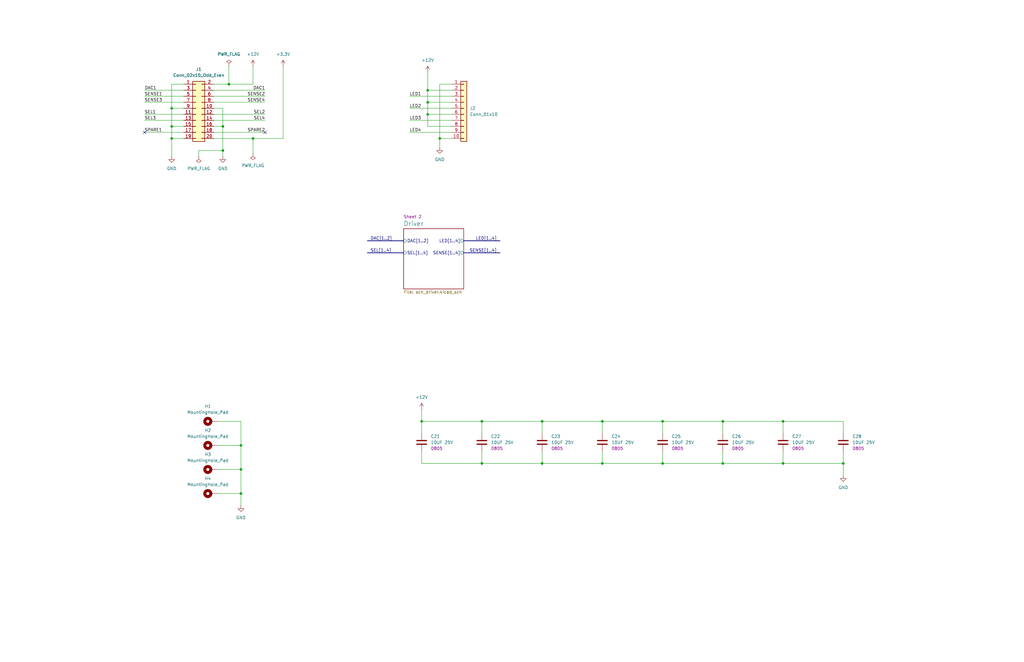
<source format=kicad_sch>
(kicad_sch
	(version 20250114)
	(generator "eeschema")
	(generator_version "9.0")
	(uuid "04797749-7aaf-42f7-a5f4-0b9aeb0ad7be")
	(paper "USLedger")
	(title_block
		(title "PBM Driver 4 V2")
		(date "06-DEC-2025")
		(rev "A")
		(comment 1 "Part Number: PCB104 Rev A")
		(comment 4 "Copyright (c) 2025 John Vedder ")
		(comment 5 "MIT Licesnse")
	)
	(lib_symbols
		(symbol "$Local:+12V"
			(power)
			(pin_numbers
				(hide yes)
			)
			(pin_names
				(offset 0)
				(hide yes)
			)
			(exclude_from_sim no)
			(in_bom yes)
			(on_board yes)
			(property "Reference" "#PWR"
				(at 0 -3.81 0)
				(effects
					(font
						(size 1.27 1.27)
					)
					(hide yes)
				)
			)
			(property "Value" "+12V"
				(at 0 3.556 0)
				(effects
					(font
						(size 1.27 1.27)
					)
				)
			)
			(property "Footprint" ""
				(at 0 0 0)
				(effects
					(font
						(size 1.27 1.27)
					)
					(hide yes)
				)
			)
			(property "Datasheet" ""
				(at 0 0 0)
				(effects
					(font
						(size 1.27 1.27)
					)
					(hide yes)
				)
			)
			(property "Description" "Power symbol creates a global label with name \"+12V\""
				(at 0 0 0)
				(effects
					(font
						(size 1.27 1.27)
					)
					(hide yes)
				)
			)
			(property "ki_keywords" "global power"
				(at 0 0 0)
				(effects
					(font
						(size 1.27 1.27)
					)
					(hide yes)
				)
			)
			(symbol "+12V_0_1"
				(polyline
					(pts
						(xy -0.762 1.27) (xy 0 2.54)
					)
					(stroke
						(width 0)
						(type default)
					)
					(fill
						(type none)
					)
				)
				(polyline
					(pts
						(xy 0 2.54) (xy 0.762 1.27)
					)
					(stroke
						(width 0)
						(type default)
					)
					(fill
						(type none)
					)
				)
				(polyline
					(pts
						(xy 0 0) (xy 0 2.54)
					)
					(stroke
						(width 0)
						(type default)
					)
					(fill
						(type none)
					)
				)
			)
			(symbol "+12V_1_1"
				(pin power_in line
					(at 0 0 90)
					(length 0)
					(name "~"
						(effects
							(font
								(size 1.27 1.27)
							)
						)
					)
					(number "1"
						(effects
							(font
								(size 1.27 1.27)
							)
						)
					)
				)
			)
			(embedded_fonts no)
		)
		(symbol "$Local:+3.3V"
			(power)
			(pin_numbers
				(hide yes)
			)
			(pin_names
				(offset 0)
				(hide yes)
			)
			(exclude_from_sim no)
			(in_bom yes)
			(on_board yes)
			(property "Reference" "#PWR"
				(at 0 -3.81 0)
				(effects
					(font
						(size 1.27 1.27)
					)
					(hide yes)
				)
			)
			(property "Value" "+3.3V"
				(at 0 3.556 0)
				(effects
					(font
						(size 1.27 1.27)
					)
				)
			)
			(property "Footprint" ""
				(at 0 0 0)
				(effects
					(font
						(size 1.27 1.27)
					)
					(hide yes)
				)
			)
			(property "Datasheet" ""
				(at 0 0 0)
				(effects
					(font
						(size 1.27 1.27)
					)
					(hide yes)
				)
			)
			(property "Description" "Power symbol creates a global label with name \"+3.3V\""
				(at 0 0 0)
				(effects
					(font
						(size 1.27 1.27)
					)
					(hide yes)
				)
			)
			(property "ki_keywords" "global power"
				(at 0 0 0)
				(effects
					(font
						(size 1.27 1.27)
					)
					(hide yes)
				)
			)
			(symbol "+3.3V_0_1"
				(polyline
					(pts
						(xy -0.762 1.27) (xy 0 2.54)
					)
					(stroke
						(width 0)
						(type default)
					)
					(fill
						(type none)
					)
				)
				(polyline
					(pts
						(xy 0 2.54) (xy 0.762 1.27)
					)
					(stroke
						(width 0)
						(type default)
					)
					(fill
						(type none)
					)
				)
				(polyline
					(pts
						(xy 0 0) (xy 0 2.54)
					)
					(stroke
						(width 0)
						(type default)
					)
					(fill
						(type none)
					)
				)
			)
			(symbol "+3.3V_1_1"
				(pin power_in line
					(at 0 0 90)
					(length 0)
					(name "~"
						(effects
							(font
								(size 1.27 1.27)
							)
						)
					)
					(number "1"
						(effects
							(font
								(size 1.27 1.27)
							)
						)
					)
				)
			)
			(embedded_fonts no)
		)
		(symbol "$Local:C_0805_10UF_25V"
			(pin_numbers
				(hide yes)
			)
			(pin_names
				(offset 0.254)
			)
			(exclude_from_sim no)
			(in_bom yes)
			(on_board yes)
			(property "Reference" "C"
				(at 3.81 1.2701 0)
				(effects
					(font
						(size 1.27 1.27)
					)
					(justify left)
				)
			)
			(property "Value" "10UF 25V"
				(at 3.81 -1.2699 0)
				(effects
					(font
						(size 1.27 1.27)
					)
					(justify left)
				)
			)
			(property "Footprint" "$Local:C_0805_2012Metric"
				(at 0.9652 -3.81 0)
				(effects
					(font
						(size 1.27 1.27)
					)
					(hide yes)
				)
			)
			(property "Datasheet" "~"
				(at 0 0 0)
				(effects
					(font
						(size 1.27 1.27)
					)
					(hide yes)
				)
			)
			(property "Description" "CAP CER 10uF 25V X5R 0805"
				(at 0 0 0)
				(effects
					(font
						(size 1.27 1.27)
					)
					(hide yes)
				)
			)
			(property "Size" "0805"
				(at 3.81 -3.81 0)
				(effects
					(font
						(size 1.27 1.27)
					)
					(justify left)
				)
			)
			(property "PN" "1276-2891-1-ND"
				(at 0 0 0)
				(effects
					(font
						(size 1.27 1.27)
					)
					(hide yes)
				)
			)
			(property "ki_keywords" "cap capacitor"
				(at 0 0 0)
				(effects
					(font
						(size 1.27 1.27)
					)
					(hide yes)
				)
			)
			(property "ki_fp_filters" "C_*"
				(at 0 0 0)
				(effects
					(font
						(size 1.27 1.27)
					)
					(hide yes)
				)
			)
			(symbol "C_0805_10UF_25V_0_1"
				(polyline
					(pts
						(xy -2.032 0.762) (xy 2.032 0.762)
					)
					(stroke
						(width 0.508)
						(type default)
					)
					(fill
						(type none)
					)
				)
				(polyline
					(pts
						(xy -2.032 -0.762) (xy 2.032 -0.762)
					)
					(stroke
						(width 0.508)
						(type default)
					)
					(fill
						(type none)
					)
				)
			)
			(symbol "C_0805_10UF_25V_1_1"
				(pin passive line
					(at 0 3.81 270)
					(length 2.794)
					(name "~"
						(effects
							(font
								(size 1.27 1.27)
							)
						)
					)
					(number "1"
						(effects
							(font
								(size 1.27 1.27)
							)
						)
					)
				)
				(pin passive line
					(at 0 -3.81 90)
					(length 2.794)
					(name "~"
						(effects
							(font
								(size 1.27 1.27)
							)
						)
					)
					(number "2"
						(effects
							(font
								(size 1.27 1.27)
							)
						)
					)
				)
			)
			(embedded_fonts no)
		)
		(symbol "$Local:Conn_01x10"
			(pin_names
				(offset 1.016)
				(hide yes)
			)
			(exclude_from_sim no)
			(in_bom yes)
			(on_board yes)
			(property "Reference" "J"
				(at 0 12.7 0)
				(effects
					(font
						(size 1.27 1.27)
					)
				)
			)
			(property "Value" "Conn_01x10"
				(at 0 -15.24 0)
				(effects
					(font
						(size 1.27 1.27)
					)
				)
			)
			(property "Footprint" ""
				(at 0 0 0)
				(effects
					(font
						(size 1.27 1.27)
					)
					(hide yes)
				)
			)
			(property "Datasheet" "~"
				(at 0 0 0)
				(effects
					(font
						(size 1.27 1.27)
					)
					(hide yes)
				)
			)
			(property "Description" "Generic connector, single row, 01x10, script generated (kicad-library-utils/schlib/autogen/connector/)"
				(at 0 0 0)
				(effects
					(font
						(size 1.27 1.27)
					)
					(hide yes)
				)
			)
			(property "ki_keywords" "connector"
				(at 0 0 0)
				(effects
					(font
						(size 1.27 1.27)
					)
					(hide yes)
				)
			)
			(symbol "Conn_01x10_1_1"
				(rectangle
					(start -1.27 11.43)
					(end 1.27 -13.97)
					(stroke
						(width 0.254)
						(type default)
					)
					(fill
						(type background)
					)
				)
				(rectangle
					(start -1.27 10.287)
					(end 0 10.033)
					(stroke
						(width 0.1524)
						(type default)
					)
					(fill
						(type none)
					)
				)
				(rectangle
					(start -1.27 7.747)
					(end 0 7.493)
					(stroke
						(width 0.1524)
						(type default)
					)
					(fill
						(type none)
					)
				)
				(rectangle
					(start -1.27 5.207)
					(end 0 4.953)
					(stroke
						(width 0.1524)
						(type default)
					)
					(fill
						(type none)
					)
				)
				(rectangle
					(start -1.27 2.667)
					(end 0 2.413)
					(stroke
						(width 0.1524)
						(type default)
					)
					(fill
						(type none)
					)
				)
				(rectangle
					(start -1.27 0.127)
					(end 0 -0.127)
					(stroke
						(width 0.1524)
						(type default)
					)
					(fill
						(type none)
					)
				)
				(rectangle
					(start -1.27 -2.413)
					(end 0 -2.667)
					(stroke
						(width 0.1524)
						(type default)
					)
					(fill
						(type none)
					)
				)
				(rectangle
					(start -1.27 -4.953)
					(end 0 -5.207)
					(stroke
						(width 0.1524)
						(type default)
					)
					(fill
						(type none)
					)
				)
				(rectangle
					(start -1.27 -7.493)
					(end 0 -7.747)
					(stroke
						(width 0.1524)
						(type default)
					)
					(fill
						(type none)
					)
				)
				(rectangle
					(start -1.27 -10.033)
					(end 0 -10.287)
					(stroke
						(width 0.1524)
						(type default)
					)
					(fill
						(type none)
					)
				)
				(rectangle
					(start -1.27 -12.573)
					(end 0 -12.827)
					(stroke
						(width 0.1524)
						(type default)
					)
					(fill
						(type none)
					)
				)
				(pin passive line
					(at -5.08 10.16 0)
					(length 3.81)
					(name "Pin_1"
						(effects
							(font
								(size 1.27 1.27)
							)
						)
					)
					(number "1"
						(effects
							(font
								(size 1.27 1.27)
							)
						)
					)
				)
				(pin passive line
					(at -5.08 7.62 0)
					(length 3.81)
					(name "Pin_2"
						(effects
							(font
								(size 1.27 1.27)
							)
						)
					)
					(number "2"
						(effects
							(font
								(size 1.27 1.27)
							)
						)
					)
				)
				(pin passive line
					(at -5.08 5.08 0)
					(length 3.81)
					(name "Pin_3"
						(effects
							(font
								(size 1.27 1.27)
							)
						)
					)
					(number "3"
						(effects
							(font
								(size 1.27 1.27)
							)
						)
					)
				)
				(pin passive line
					(at -5.08 2.54 0)
					(length 3.81)
					(name "Pin_4"
						(effects
							(font
								(size 1.27 1.27)
							)
						)
					)
					(number "4"
						(effects
							(font
								(size 1.27 1.27)
							)
						)
					)
				)
				(pin passive line
					(at -5.08 0 0)
					(length 3.81)
					(name "Pin_5"
						(effects
							(font
								(size 1.27 1.27)
							)
						)
					)
					(number "5"
						(effects
							(font
								(size 1.27 1.27)
							)
						)
					)
				)
				(pin passive line
					(at -5.08 -2.54 0)
					(length 3.81)
					(name "Pin_6"
						(effects
							(font
								(size 1.27 1.27)
							)
						)
					)
					(number "6"
						(effects
							(font
								(size 1.27 1.27)
							)
						)
					)
				)
				(pin passive line
					(at -5.08 -5.08 0)
					(length 3.81)
					(name "Pin_7"
						(effects
							(font
								(size 1.27 1.27)
							)
						)
					)
					(number "7"
						(effects
							(font
								(size 1.27 1.27)
							)
						)
					)
				)
				(pin passive line
					(at -5.08 -7.62 0)
					(length 3.81)
					(name "Pin_8"
						(effects
							(font
								(size 1.27 1.27)
							)
						)
					)
					(number "8"
						(effects
							(font
								(size 1.27 1.27)
							)
						)
					)
				)
				(pin passive line
					(at -5.08 -10.16 0)
					(length 3.81)
					(name "Pin_9"
						(effects
							(font
								(size 1.27 1.27)
							)
						)
					)
					(number "9"
						(effects
							(font
								(size 1.27 1.27)
							)
						)
					)
				)
				(pin passive line
					(at -5.08 -12.7 0)
					(length 3.81)
					(name "Pin_10"
						(effects
							(font
								(size 1.27 1.27)
							)
						)
					)
					(number "10"
						(effects
							(font
								(size 1.27 1.27)
							)
						)
					)
				)
			)
			(embedded_fonts no)
		)
		(symbol "$Local:Conn_02x10_Odd_Even"
			(pin_names
				(offset 1.016)
				(hide yes)
			)
			(exclude_from_sim no)
			(in_bom yes)
			(on_board yes)
			(property "Reference" "J"
				(at 1.27 12.7 0)
				(effects
					(font
						(size 1.27 1.27)
					)
				)
			)
			(property "Value" "Conn_02x10_Odd_Even"
				(at 1.27 -15.24 0)
				(effects
					(font
						(size 1.27 1.27)
					)
				)
			)
			(property "Footprint" ""
				(at 0 0 0)
				(effects
					(font
						(size 1.27 1.27)
					)
					(hide yes)
				)
			)
			(property "Datasheet" "~"
				(at 0 0 0)
				(effects
					(font
						(size 1.27 1.27)
					)
					(hide yes)
				)
			)
			(property "Description" "Generic connector, double row, 02x10, odd/even pin numbering scheme (row 1 odd numbers, row 2 even numbers), script generated (kicad-library-utils/schlib/autogen/connector/)"
				(at 0 0 0)
				(effects
					(font
						(size 1.27 1.27)
					)
					(hide yes)
				)
			)
			(property "ki_keywords" "connector"
				(at 0 0 0)
				(effects
					(font
						(size 1.27 1.27)
					)
					(hide yes)
				)
			)
			(symbol "Conn_02x10_Odd_Even_1_1"
				(rectangle
					(start -1.27 11.43)
					(end 3.81 -13.97)
					(stroke
						(width 0.254)
						(type default)
					)
					(fill
						(type background)
					)
				)
				(rectangle
					(start -1.27 10.287)
					(end 0 10.033)
					(stroke
						(width 0.1524)
						(type default)
					)
					(fill
						(type none)
					)
				)
				(rectangle
					(start -1.27 7.747)
					(end 0 7.493)
					(stroke
						(width 0.1524)
						(type default)
					)
					(fill
						(type none)
					)
				)
				(rectangle
					(start -1.27 5.207)
					(end 0 4.953)
					(stroke
						(width 0.1524)
						(type default)
					)
					(fill
						(type none)
					)
				)
				(rectangle
					(start -1.27 2.667)
					(end 0 2.413)
					(stroke
						(width 0.1524)
						(type default)
					)
					(fill
						(type none)
					)
				)
				(rectangle
					(start -1.27 0.127)
					(end 0 -0.127)
					(stroke
						(width 0.1524)
						(type default)
					)
					(fill
						(type none)
					)
				)
				(rectangle
					(start -1.27 -2.413)
					(end 0 -2.667)
					(stroke
						(width 0.1524)
						(type default)
					)
					(fill
						(type none)
					)
				)
				(rectangle
					(start -1.27 -4.953)
					(end 0 -5.207)
					(stroke
						(width 0.1524)
						(type default)
					)
					(fill
						(type none)
					)
				)
				(rectangle
					(start -1.27 -7.493)
					(end 0 -7.747)
					(stroke
						(width 0.1524)
						(type default)
					)
					(fill
						(type none)
					)
				)
				(rectangle
					(start -1.27 -10.033)
					(end 0 -10.287)
					(stroke
						(width 0.1524)
						(type default)
					)
					(fill
						(type none)
					)
				)
				(rectangle
					(start -1.27 -12.573)
					(end 0 -12.827)
					(stroke
						(width 0.1524)
						(type default)
					)
					(fill
						(type none)
					)
				)
				(rectangle
					(start 3.81 10.287)
					(end 2.54 10.033)
					(stroke
						(width 0.1524)
						(type default)
					)
					(fill
						(type none)
					)
				)
				(rectangle
					(start 3.81 7.747)
					(end 2.54 7.493)
					(stroke
						(width 0.1524)
						(type default)
					)
					(fill
						(type none)
					)
				)
				(rectangle
					(start 3.81 5.207)
					(end 2.54 4.953)
					(stroke
						(width 0.1524)
						(type default)
					)
					(fill
						(type none)
					)
				)
				(rectangle
					(start 3.81 2.667)
					(end 2.54 2.413)
					(stroke
						(width 0.1524)
						(type default)
					)
					(fill
						(type none)
					)
				)
				(rectangle
					(start 3.81 0.127)
					(end 2.54 -0.127)
					(stroke
						(width 0.1524)
						(type default)
					)
					(fill
						(type none)
					)
				)
				(rectangle
					(start 3.81 -2.413)
					(end 2.54 -2.667)
					(stroke
						(width 0.1524)
						(type default)
					)
					(fill
						(type none)
					)
				)
				(rectangle
					(start 3.81 -4.953)
					(end 2.54 -5.207)
					(stroke
						(width 0.1524)
						(type default)
					)
					(fill
						(type none)
					)
				)
				(rectangle
					(start 3.81 -7.493)
					(end 2.54 -7.747)
					(stroke
						(width 0.1524)
						(type default)
					)
					(fill
						(type none)
					)
				)
				(rectangle
					(start 3.81 -10.033)
					(end 2.54 -10.287)
					(stroke
						(width 0.1524)
						(type default)
					)
					(fill
						(type none)
					)
				)
				(rectangle
					(start 3.81 -12.573)
					(end 2.54 -12.827)
					(stroke
						(width 0.1524)
						(type default)
					)
					(fill
						(type none)
					)
				)
				(pin passive line
					(at -5.08 10.16 0)
					(length 3.81)
					(name "Pin_1"
						(effects
							(font
								(size 1.27 1.27)
							)
						)
					)
					(number "1"
						(effects
							(font
								(size 1.27 1.27)
							)
						)
					)
				)
				(pin passive line
					(at -5.08 7.62 0)
					(length 3.81)
					(name "Pin_3"
						(effects
							(font
								(size 1.27 1.27)
							)
						)
					)
					(number "3"
						(effects
							(font
								(size 1.27 1.27)
							)
						)
					)
				)
				(pin passive line
					(at -5.08 5.08 0)
					(length 3.81)
					(name "Pin_5"
						(effects
							(font
								(size 1.27 1.27)
							)
						)
					)
					(number "5"
						(effects
							(font
								(size 1.27 1.27)
							)
						)
					)
				)
				(pin passive line
					(at -5.08 2.54 0)
					(length 3.81)
					(name "Pin_7"
						(effects
							(font
								(size 1.27 1.27)
							)
						)
					)
					(number "7"
						(effects
							(font
								(size 1.27 1.27)
							)
						)
					)
				)
				(pin passive line
					(at -5.08 0 0)
					(length 3.81)
					(name "Pin_9"
						(effects
							(font
								(size 1.27 1.27)
							)
						)
					)
					(number "9"
						(effects
							(font
								(size 1.27 1.27)
							)
						)
					)
				)
				(pin passive line
					(at -5.08 -2.54 0)
					(length 3.81)
					(name "Pin_11"
						(effects
							(font
								(size 1.27 1.27)
							)
						)
					)
					(number "11"
						(effects
							(font
								(size 1.27 1.27)
							)
						)
					)
				)
				(pin passive line
					(at -5.08 -5.08 0)
					(length 3.81)
					(name "Pin_13"
						(effects
							(font
								(size 1.27 1.27)
							)
						)
					)
					(number "13"
						(effects
							(font
								(size 1.27 1.27)
							)
						)
					)
				)
				(pin passive line
					(at -5.08 -7.62 0)
					(length 3.81)
					(name "Pin_15"
						(effects
							(font
								(size 1.27 1.27)
							)
						)
					)
					(number "15"
						(effects
							(font
								(size 1.27 1.27)
							)
						)
					)
				)
				(pin passive line
					(at -5.08 -10.16 0)
					(length 3.81)
					(name "Pin_17"
						(effects
							(font
								(size 1.27 1.27)
							)
						)
					)
					(number "17"
						(effects
							(font
								(size 1.27 1.27)
							)
						)
					)
				)
				(pin passive line
					(at -5.08 -12.7 0)
					(length 3.81)
					(name "Pin_19"
						(effects
							(font
								(size 1.27 1.27)
							)
						)
					)
					(number "19"
						(effects
							(font
								(size 1.27 1.27)
							)
						)
					)
				)
				(pin passive line
					(at 7.62 10.16 180)
					(length 3.81)
					(name "Pin_2"
						(effects
							(font
								(size 1.27 1.27)
							)
						)
					)
					(number "2"
						(effects
							(font
								(size 1.27 1.27)
							)
						)
					)
				)
				(pin passive line
					(at 7.62 7.62 180)
					(length 3.81)
					(name "Pin_4"
						(effects
							(font
								(size 1.27 1.27)
							)
						)
					)
					(number "4"
						(effects
							(font
								(size 1.27 1.27)
							)
						)
					)
				)
				(pin passive line
					(at 7.62 5.08 180)
					(length 3.81)
					(name "Pin_6"
						(effects
							(font
								(size 1.27 1.27)
							)
						)
					)
					(number "6"
						(effects
							(font
								(size 1.27 1.27)
							)
						)
					)
				)
				(pin passive line
					(at 7.62 2.54 180)
					(length 3.81)
					(name "Pin_8"
						(effects
							(font
								(size 1.27 1.27)
							)
						)
					)
					(number "8"
						(effects
							(font
								(size 1.27 1.27)
							)
						)
					)
				)
				(pin passive line
					(at 7.62 0 180)
					(length 3.81)
					(name "Pin_10"
						(effects
							(font
								(size 1.27 1.27)
							)
						)
					)
					(number "10"
						(effects
							(font
								(size 1.27 1.27)
							)
						)
					)
				)
				(pin passive line
					(at 7.62 -2.54 180)
					(length 3.81)
					(name "Pin_12"
						(effects
							(font
								(size 1.27 1.27)
							)
						)
					)
					(number "12"
						(effects
							(font
								(size 1.27 1.27)
							)
						)
					)
				)
				(pin passive line
					(at 7.62 -5.08 180)
					(length 3.81)
					(name "Pin_14"
						(effects
							(font
								(size 1.27 1.27)
							)
						)
					)
					(number "14"
						(effects
							(font
								(size 1.27 1.27)
							)
						)
					)
				)
				(pin passive line
					(at 7.62 -7.62 180)
					(length 3.81)
					(name "Pin_16"
						(effects
							(font
								(size 1.27 1.27)
							)
						)
					)
					(number "16"
						(effects
							(font
								(size 1.27 1.27)
							)
						)
					)
				)
				(pin passive line
					(at 7.62 -10.16 180)
					(length 3.81)
					(name "Pin_18"
						(effects
							(font
								(size 1.27 1.27)
							)
						)
					)
					(number "18"
						(effects
							(font
								(size 1.27 1.27)
							)
						)
					)
				)
				(pin passive line
					(at 7.62 -12.7 180)
					(length 3.81)
					(name "Pin_20"
						(effects
							(font
								(size 1.27 1.27)
							)
						)
					)
					(number "20"
						(effects
							(font
								(size 1.27 1.27)
							)
						)
					)
				)
			)
			(embedded_fonts no)
		)
		(symbol "$Local:GND"
			(power)
			(pin_numbers
				(hide yes)
			)
			(pin_names
				(offset 0)
				(hide yes)
			)
			(exclude_from_sim no)
			(in_bom yes)
			(on_board yes)
			(property "Reference" "#PWR"
				(at 0 -6.35 0)
				(effects
					(font
						(size 1.27 1.27)
					)
					(hide yes)
				)
			)
			(property "Value" "GND"
				(at 0 -3.81 0)
				(effects
					(font
						(size 1.27 1.27)
					)
				)
			)
			(property "Footprint" ""
				(at 0 0 0)
				(effects
					(font
						(size 1.27 1.27)
					)
					(hide yes)
				)
			)
			(property "Datasheet" ""
				(at 0 0 0)
				(effects
					(font
						(size 1.27 1.27)
					)
					(hide yes)
				)
			)
			(property "Description" "Power symbol creates a global label with name \"GND\" , ground"
				(at 0 0 0)
				(effects
					(font
						(size 1.27 1.27)
					)
					(hide yes)
				)
			)
			(property "ki_keywords" "global power"
				(at 0 0 0)
				(effects
					(font
						(size 1.27 1.27)
					)
					(hide yes)
				)
			)
			(symbol "GND_0_1"
				(polyline
					(pts
						(xy 0 0) (xy 0 -1.27) (xy 1.27 -1.27) (xy 0 -2.54) (xy -1.27 -1.27) (xy 0 -1.27)
					)
					(stroke
						(width 0)
						(type default)
					)
					(fill
						(type none)
					)
				)
			)
			(symbol "GND_1_1"
				(pin power_in line
					(at 0 0 270)
					(length 0)
					(name "~"
						(effects
							(font
								(size 1.27 1.27)
							)
						)
					)
					(number "1"
						(effects
							(font
								(size 1.27 1.27)
							)
						)
					)
				)
			)
			(embedded_fonts no)
		)
		(symbol "$Local:MountingHole_Pad"
			(pin_numbers
				(hide yes)
			)
			(pin_names
				(offset 1.016)
				(hide yes)
			)
			(exclude_from_sim no)
			(in_bom no)
			(on_board yes)
			(property "Reference" "H"
				(at 0 6.35 0)
				(effects
					(font
						(size 1.27 1.27)
					)
				)
			)
			(property "Value" "MountingHole_Pad"
				(at 0 4.445 0)
				(effects
					(font
						(size 1.27 1.27)
					)
				)
			)
			(property "Footprint" ""
				(at 0 0 0)
				(effects
					(font
						(size 1.27 1.27)
					)
					(hide yes)
				)
			)
			(property "Datasheet" "~"
				(at 0 0 0)
				(effects
					(font
						(size 1.27 1.27)
					)
					(hide yes)
				)
			)
			(property "Description" "Mounting Hole with connection"
				(at 0 0 0)
				(effects
					(font
						(size 1.27 1.27)
					)
					(hide yes)
				)
			)
			(property "ki_keywords" "mounting hole"
				(at 0 0 0)
				(effects
					(font
						(size 1.27 1.27)
					)
					(hide yes)
				)
			)
			(property "ki_fp_filters" "MountingHole*Pad*"
				(at 0 0 0)
				(effects
					(font
						(size 1.27 1.27)
					)
					(hide yes)
				)
			)
			(symbol "MountingHole_Pad_0_1"
				(circle
					(center 0 1.27)
					(radius 1.27)
					(stroke
						(width 1.27)
						(type default)
					)
					(fill
						(type none)
					)
				)
			)
			(symbol "MountingHole_Pad_1_1"
				(pin input line
					(at 0 -2.54 90)
					(length 2.54)
					(name "1"
						(effects
							(font
								(size 1.27 1.27)
							)
						)
					)
					(number "1"
						(effects
							(font
								(size 1.27 1.27)
							)
						)
					)
				)
			)
			(embedded_fonts no)
		)
		(symbol "power:PWR_FLAG"
			(power)
			(pin_numbers
				(hide yes)
			)
			(pin_names
				(offset 0)
				(hide yes)
			)
			(exclude_from_sim no)
			(in_bom yes)
			(on_board yes)
			(property "Reference" "#FLG"
				(at 0 1.905 0)
				(effects
					(font
						(size 1.27 1.27)
					)
					(hide yes)
				)
			)
			(property "Value" "PWR_FLAG"
				(at 0 3.81 0)
				(effects
					(font
						(size 1.27 1.27)
					)
				)
			)
			(property "Footprint" ""
				(at 0 0 0)
				(effects
					(font
						(size 1.27 1.27)
					)
					(hide yes)
				)
			)
			(property "Datasheet" "~"
				(at 0 0 0)
				(effects
					(font
						(size 1.27 1.27)
					)
					(hide yes)
				)
			)
			(property "Description" "Special symbol for telling ERC where power comes from"
				(at 0 0 0)
				(effects
					(font
						(size 1.27 1.27)
					)
					(hide yes)
				)
			)
			(property "ki_keywords" "flag power"
				(at 0 0 0)
				(effects
					(font
						(size 1.27 1.27)
					)
					(hide yes)
				)
			)
			(symbol "PWR_FLAG_0_0"
				(pin power_out line
					(at 0 0 90)
					(length 0)
					(name "~"
						(effects
							(font
								(size 1.27 1.27)
							)
						)
					)
					(number "1"
						(effects
							(font
								(size 1.27 1.27)
							)
						)
					)
				)
			)
			(symbol "PWR_FLAG_0_1"
				(polyline
					(pts
						(xy 0 0) (xy 0 1.27) (xy -1.016 1.905) (xy 0 2.54) (xy 1.016 1.905) (xy 0 1.27)
					)
					(stroke
						(width 0)
						(type default)
					)
					(fill
						(type none)
					)
				)
			)
			(embedded_fonts no)
		)
	)
	(junction
		(at 304.8 195.58)
		(diameter 0)
		(color 0 0 0 0)
		(uuid "063241cf-3b18-4eda-a643-1d226cf6c7ee")
	)
	(junction
		(at 203.2 177.8)
		(diameter 0)
		(color 0 0 0 0)
		(uuid "0647b623-aa7e-4250-b367-feefb224bf6f")
	)
	(junction
		(at 180.34 48.26)
		(diameter 0)
		(color 0 0 0 0)
		(uuid "116e2b5a-096e-4866-8006-6b1364a0c205")
	)
	(junction
		(at 228.6 177.8)
		(diameter 0)
		(color 0 0 0 0)
		(uuid "21190780-7979-498b-bf16-2ad4642ac0f9")
	)
	(junction
		(at 101.6 198.12)
		(diameter 0)
		(color 0 0 0 0)
		(uuid "23b5b43a-62c9-4e9f-9fd1-c181febd27f8")
	)
	(junction
		(at 93.98 53.34)
		(diameter 0)
		(color 0 0 0 0)
		(uuid "241b004d-8815-414c-8264-323591c0f1ab")
	)
	(junction
		(at 228.6 195.58)
		(diameter 0)
		(color 0 0 0 0)
		(uuid "2e7c9bca-1c99-481c-89cf-3af8be193df8")
	)
	(junction
		(at 355.6 195.58)
		(diameter 0)
		(color 0 0 0 0)
		(uuid "313b7d9a-0c6b-4ca1-b7ac-8744321d5b4a")
	)
	(junction
		(at 254 195.58)
		(diameter 0)
		(color 0 0 0 0)
		(uuid "33240757-f95e-4797-898e-7e905d6c48d3")
	)
	(junction
		(at 330.2 177.8)
		(diameter 0)
		(color 0 0 0 0)
		(uuid "38e517d5-7477-4a42-b903-b4d4ee606c92")
	)
	(junction
		(at 101.6 208.28)
		(diameter 0)
		(color 0 0 0 0)
		(uuid "3ea6e6c7-7006-4fda-ba23-9416c8fdf3d7")
	)
	(junction
		(at 177.8 177.8)
		(diameter 0)
		(color 0 0 0 0)
		(uuid "3f49bf35-7dd6-4dc5-8497-ad42b0d3f52d")
	)
	(junction
		(at 93.98 63.5)
		(diameter 0)
		(color 0 0 0 0)
		(uuid "44265a1f-f11a-4996-8584-13b1a4e11c7f")
	)
	(junction
		(at 279.4 177.8)
		(diameter 0)
		(color 0 0 0 0)
		(uuid "4e6480c8-9b34-4277-8112-7ceb3c872430")
	)
	(junction
		(at 72.39 58.42)
		(diameter 0)
		(color 0 0 0 0)
		(uuid "533836b3-50c2-44fc-a3fc-4b413b103e13")
	)
	(junction
		(at 101.6 187.96)
		(diameter 0)
		(color 0 0 0 0)
		(uuid "661c5014-a2cb-4540-9f4f-f22788673b06")
	)
	(junction
		(at 185.42 58.42)
		(diameter 0)
		(color 0 0 0 0)
		(uuid "67c30e2a-e101-42ef-8039-c84de570a819")
	)
	(junction
		(at 330.2 195.58)
		(diameter 0)
		(color 0 0 0 0)
		(uuid "6858475a-b6db-4f4e-9cbb-f169177334b1")
	)
	(junction
		(at 72.39 45.72)
		(diameter 0)
		(color 0 0 0 0)
		(uuid "828493f7-91ab-4ad5-9f47-bfaba7c67d38")
	)
	(junction
		(at 279.4 195.58)
		(diameter 0)
		(color 0 0 0 0)
		(uuid "9bb03d3a-0103-4dee-b342-611e69c1fdab")
	)
	(junction
		(at 180.34 43.18)
		(diameter 0)
		(color 0 0 0 0)
		(uuid "a41798c1-d993-466a-b4e7-243edebac551")
	)
	(junction
		(at 106.68 58.42)
		(diameter 0)
		(color 0 0 0 0)
		(uuid "adae212a-da54-4974-b9bc-f29d58804d67")
	)
	(junction
		(at 96.52 35.56)
		(diameter 0)
		(color 0 0 0 0)
		(uuid "b01e2227-004b-467c-ac9f-d8107f6ab4a4")
	)
	(junction
		(at 254 177.8)
		(diameter 0)
		(color 0 0 0 0)
		(uuid "d538faf4-aa41-48ed-8bf1-92e55a5b7968")
	)
	(junction
		(at 180.34 38.1)
		(diameter 0)
		(color 0 0 0 0)
		(uuid "d8dba323-915c-426d-8d56-6fdd8921b96a")
	)
	(junction
		(at 203.2 195.58)
		(diameter 0)
		(color 0 0 0 0)
		(uuid "dfb36bc6-82b9-4577-aac3-8cc0f00421ed")
	)
	(junction
		(at 304.8 177.8)
		(diameter 0)
		(color 0 0 0 0)
		(uuid "f10299e0-704b-4b80-86af-c31eeea70f52")
	)
	(junction
		(at 72.39 53.34)
		(diameter 0)
		(color 0 0 0 0)
		(uuid "f1e32334-bcb3-47c8-baa7-681dd01cfe90")
	)
	(no_connect
		(at 111.76 55.88)
		(uuid "3acce102-6bb9-48f5-97ab-57055b4eabb4")
	)
	(no_connect
		(at 60.96 55.88)
		(uuid "ec03dba4-215b-4fd0-89cb-4f51bf224155")
	)
	(wire
		(pts
			(xy 180.34 48.26) (xy 190.5 48.26)
		)
		(stroke
			(width 0)
			(type default)
		)
		(uuid "0148d586-e9d9-4e28-83b1-bf1b72f0a955")
	)
	(wire
		(pts
			(xy 177.8 172.72) (xy 177.8 177.8)
		)
		(stroke
			(width 0)
			(type default)
		)
		(uuid "06034823-2449-43f5-aa5b-083087f55a18")
	)
	(wire
		(pts
			(xy 93.98 45.72) (xy 93.98 53.34)
		)
		(stroke
			(width 0)
			(type default)
		)
		(uuid "0993101d-58bc-47f7-962b-3228f3a3dc33")
	)
	(wire
		(pts
			(xy 304.8 177.8) (xy 304.8 182.88)
		)
		(stroke
			(width 0)
			(type default)
		)
		(uuid "0a424c2c-18ad-4dce-828a-56d105f1ed91")
	)
	(wire
		(pts
			(xy 90.17 48.26) (xy 111.76 48.26)
		)
		(stroke
			(width 0)
			(type default)
		)
		(uuid "0e4d6d96-c2c9-4efb-8156-210a80e695bb")
	)
	(wire
		(pts
			(xy 177.8 177.8) (xy 177.8 182.88)
		)
		(stroke
			(width 0)
			(type default)
		)
		(uuid "0f1f9f37-9906-433b-b9c2-fb17080d8ce9")
	)
	(wire
		(pts
			(xy 177.8 195.58) (xy 203.2 195.58)
		)
		(stroke
			(width 0)
			(type default)
		)
		(uuid "13a404a2-8607-4589-bb4d-119185232cd7")
	)
	(wire
		(pts
			(xy 83.82 66.04) (xy 83.82 63.5)
		)
		(stroke
			(width 0)
			(type default)
		)
		(uuid "13e78dd8-1765-48d7-8159-6b0e4fc4ea5c")
	)
	(wire
		(pts
			(xy 90.17 58.42) (xy 106.68 58.42)
		)
		(stroke
			(width 0)
			(type default)
		)
		(uuid "153faf5b-96a4-4bb2-a5a2-7f6a0e8b2727")
	)
	(wire
		(pts
			(xy 304.8 195.58) (xy 330.2 195.58)
		)
		(stroke
			(width 0)
			(type default)
		)
		(uuid "18e88b06-14e2-411f-9a5f-5224f21f29b2")
	)
	(wire
		(pts
			(xy 304.8 190.5) (xy 304.8 195.58)
		)
		(stroke
			(width 0)
			(type default)
		)
		(uuid "1f0ade4e-11b5-4453-a285-4afc8051fb4f")
	)
	(wire
		(pts
			(xy 228.6 177.8) (xy 228.6 182.88)
		)
		(stroke
			(width 0)
			(type default)
		)
		(uuid "214f7178-f516-4988-aa09-cf1d76fbf56b")
	)
	(wire
		(pts
			(xy 90.17 45.72) (xy 93.98 45.72)
		)
		(stroke
			(width 0)
			(type default)
		)
		(uuid "222560fb-f494-4300-95c8-94e7bf0d368f")
	)
	(bus
		(pts
			(xy 195.58 101.6) (xy 210.82 101.6)
		)
		(stroke
			(width 0)
			(type default)
		)
		(uuid "23769be8-c967-40eb-a2fb-1410e7a78136")
	)
	(wire
		(pts
			(xy 180.34 43.18) (xy 190.5 43.18)
		)
		(stroke
			(width 0)
			(type default)
		)
		(uuid "24c6bf64-433c-46e5-90c7-e06d600c96d8")
	)
	(wire
		(pts
			(xy 228.6 177.8) (xy 254 177.8)
		)
		(stroke
			(width 0)
			(type default)
		)
		(uuid "27649ddb-44a9-449a-b647-58fde967a97e")
	)
	(wire
		(pts
			(xy 304.8 177.8) (xy 330.2 177.8)
		)
		(stroke
			(width 0)
			(type default)
		)
		(uuid "2b155eca-f34b-419a-ab66-ec94abb84e9d")
	)
	(wire
		(pts
			(xy 355.6 182.88) (xy 355.6 177.8)
		)
		(stroke
			(width 0)
			(type default)
		)
		(uuid "2caea1bc-a963-45a6-9ce1-e1fb6508a043")
	)
	(bus
		(pts
			(xy 195.58 106.68) (xy 210.82 106.68)
		)
		(stroke
			(width 0)
			(type default)
		)
		(uuid "2d6c8652-7bb4-4b77-992c-535bc5e190d2")
	)
	(wire
		(pts
			(xy 77.47 45.72) (xy 72.39 45.72)
		)
		(stroke
			(width 0)
			(type default)
		)
		(uuid "2de8f758-6af2-462d-a7da-1eeb49687760")
	)
	(wire
		(pts
			(xy 101.6 187.96) (xy 101.6 198.12)
		)
		(stroke
			(width 0)
			(type default)
		)
		(uuid "317b4d85-565e-4cb2-a9d4-1d0c9e6ac0d0")
	)
	(wire
		(pts
			(xy 172.72 55.88) (xy 190.5 55.88)
		)
		(stroke
			(width 0)
			(type default)
		)
		(uuid "32894df0-d656-4fd6-a517-79502a760fdc")
	)
	(wire
		(pts
			(xy 60.96 48.26) (xy 77.47 48.26)
		)
		(stroke
			(width 0)
			(type default)
		)
		(uuid "33b3e20b-157a-4902-b686-86e924dfd455")
	)
	(wire
		(pts
			(xy 180.34 30.48) (xy 180.34 38.1)
		)
		(stroke
			(width 0)
			(type default)
		)
		(uuid "35b5a64e-67ac-4381-b879-bfb4858651ea")
	)
	(wire
		(pts
			(xy 254 182.88) (xy 254 177.8)
		)
		(stroke
			(width 0)
			(type default)
		)
		(uuid "363f19f2-883d-4742-adf2-36e313e28233")
	)
	(wire
		(pts
			(xy 330.2 177.8) (xy 330.2 182.88)
		)
		(stroke
			(width 0)
			(type default)
		)
		(uuid "37226bf2-a54c-402e-855c-d4df6afe4a77")
	)
	(wire
		(pts
			(xy 203.2 195.58) (xy 228.6 195.58)
		)
		(stroke
			(width 0)
			(type default)
		)
		(uuid "37e4c8af-89ac-4212-8976-66b642e2b50b")
	)
	(wire
		(pts
			(xy 228.6 190.5) (xy 228.6 195.58)
		)
		(stroke
			(width 0)
			(type default)
		)
		(uuid "391df2b3-4075-4e99-87fa-639cd1db069b")
	)
	(wire
		(pts
			(xy 93.98 63.5) (xy 93.98 66.04)
		)
		(stroke
			(width 0)
			(type default)
		)
		(uuid "3b2ed919-2519-454f-9c28-14a9add0af2b")
	)
	(wire
		(pts
			(xy 254 177.8) (xy 279.4 177.8)
		)
		(stroke
			(width 0)
			(type default)
		)
		(uuid "3b752064-9144-4552-b109-7804b9c024fb")
	)
	(wire
		(pts
			(xy 60.96 50.8) (xy 77.47 50.8)
		)
		(stroke
			(width 0)
			(type default)
		)
		(uuid "3c0916ae-bea8-48fc-b258-67f9d4705f69")
	)
	(wire
		(pts
			(xy 279.4 177.8) (xy 279.4 182.88)
		)
		(stroke
			(width 0)
			(type default)
		)
		(uuid "3e89c8e7-c4d7-4365-a23f-cafb0b0224a5")
	)
	(wire
		(pts
			(xy 172.72 45.72) (xy 190.5 45.72)
		)
		(stroke
			(width 0)
			(type default)
		)
		(uuid "3ff962c2-2d9c-4cce-9186-b9842b48dd03")
	)
	(wire
		(pts
			(xy 355.6 190.5) (xy 355.6 195.58)
		)
		(stroke
			(width 0)
			(type default)
		)
		(uuid "41668284-7b46-4d04-8922-6425ff3477bd")
	)
	(wire
		(pts
			(xy 72.39 53.34) (xy 77.47 53.34)
		)
		(stroke
			(width 0)
			(type default)
		)
		(uuid "41dd3b06-1577-4d26-95bc-0895aa09392a")
	)
	(wire
		(pts
			(xy 101.6 198.12) (xy 101.6 208.28)
		)
		(stroke
			(width 0)
			(type default)
		)
		(uuid "439d0b59-6c8c-48e3-bc96-36962bc969c5")
	)
	(wire
		(pts
			(xy 90.17 43.18) (xy 111.76 43.18)
		)
		(stroke
			(width 0)
			(type default)
		)
		(uuid "46324bf4-4618-49c4-9672-a8f80ddeb2ac")
	)
	(wire
		(pts
			(xy 185.42 58.42) (xy 185.42 62.23)
		)
		(stroke
			(width 0)
			(type default)
		)
		(uuid "464d3adc-2937-4419-bad4-c07a7ce4a1d4")
	)
	(wire
		(pts
			(xy 177.8 190.5) (xy 177.8 195.58)
		)
		(stroke
			(width 0)
			(type default)
		)
		(uuid "47d8c586-e55f-40c0-b57f-9e482441d81f")
	)
	(wire
		(pts
			(xy 90.17 40.64) (xy 111.76 40.64)
		)
		(stroke
			(width 0)
			(type default)
		)
		(uuid "4afddfba-ac45-4e49-ae73-ab9511100ee5")
	)
	(wire
		(pts
			(xy 254 190.5) (xy 254 195.58)
		)
		(stroke
			(width 0)
			(type default)
		)
		(uuid "4e20e34f-860f-4342-b07f-2e3a4c11616e")
	)
	(wire
		(pts
			(xy 83.82 63.5) (xy 93.98 63.5)
		)
		(stroke
			(width 0)
			(type default)
		)
		(uuid "4f7f6549-35a3-4533-a39a-77c0d838bc2b")
	)
	(wire
		(pts
			(xy 106.68 27.94) (xy 106.68 35.56)
		)
		(stroke
			(width 0)
			(type default)
		)
		(uuid "55a046ce-3d2b-486a-ae3c-94fd3c5125d4")
	)
	(wire
		(pts
			(xy 96.52 27.94) (xy 96.52 35.56)
		)
		(stroke
			(width 0)
			(type default)
		)
		(uuid "59ad9fb2-5b6e-4cab-8ad8-bc8a94986091")
	)
	(wire
		(pts
			(xy 60.96 38.1) (xy 77.47 38.1)
		)
		(stroke
			(width 0)
			(type default)
		)
		(uuid "5b042975-acec-44c6-bcc7-32fc7bc0b99c")
	)
	(wire
		(pts
			(xy 77.47 35.56) (xy 72.39 35.56)
		)
		(stroke
			(width 0)
			(type default)
		)
		(uuid "5c329c2f-cb7a-4d35-8308-4ff92faab5d9")
	)
	(wire
		(pts
			(xy 228.6 195.58) (xy 254 195.58)
		)
		(stroke
			(width 0)
			(type default)
		)
		(uuid "5d35b95c-9426-4424-b89c-c0f45a0c4609")
	)
	(wire
		(pts
			(xy 91.44 198.12) (xy 101.6 198.12)
		)
		(stroke
			(width 0)
			(type default)
		)
		(uuid "5e6e90f5-55af-42f1-bc18-9dbe34fee00f")
	)
	(wire
		(pts
			(xy 180.34 38.1) (xy 190.5 38.1)
		)
		(stroke
			(width 0)
			(type default)
		)
		(uuid "6965c1ba-0089-4349-8772-f986760128a4")
	)
	(wire
		(pts
			(xy 72.39 58.42) (xy 77.47 58.42)
		)
		(stroke
			(width 0)
			(type default)
		)
		(uuid "71e9b0c4-e39e-4ac1-9289-4680c379448b")
	)
	(wire
		(pts
			(xy 96.52 35.56) (xy 106.68 35.56)
		)
		(stroke
			(width 0)
			(type default)
		)
		(uuid "7c85b0e1-0f77-446f-a040-3b618427c713")
	)
	(wire
		(pts
			(xy 91.44 208.28) (xy 101.6 208.28)
		)
		(stroke
			(width 0)
			(type default)
		)
		(uuid "7d63d438-f9eb-4b6d-b88d-412d58f5046c")
	)
	(wire
		(pts
			(xy 279.4 195.58) (xy 304.8 195.58)
		)
		(stroke
			(width 0)
			(type default)
		)
		(uuid "7f43e37f-359e-4f6a-80c5-46bb6538548c")
	)
	(wire
		(pts
			(xy 72.39 35.56) (xy 72.39 45.72)
		)
		(stroke
			(width 0)
			(type default)
		)
		(uuid "8050713c-3907-4042-842b-3a5c4a339a71")
	)
	(wire
		(pts
			(xy 60.96 55.88) (xy 77.47 55.88)
		)
		(stroke
			(width 0)
			(type default)
		)
		(uuid "824584fe-ec44-4500-b9b3-0981a30037dc")
	)
	(wire
		(pts
			(xy 90.17 35.56) (xy 96.52 35.56)
		)
		(stroke
			(width 0)
			(type default)
		)
		(uuid "82ba5560-7c93-49af-831d-28e80b759916")
	)
	(wire
		(pts
			(xy 60.96 40.64) (xy 77.47 40.64)
		)
		(stroke
			(width 0)
			(type default)
		)
		(uuid "8583ba93-9ec7-4739-87cb-17728b828358")
	)
	(wire
		(pts
			(xy 93.98 53.34) (xy 93.98 63.5)
		)
		(stroke
			(width 0)
			(type default)
		)
		(uuid "8725dfcc-d5b4-4bfc-adb9-50cd5d1c469c")
	)
	(wire
		(pts
			(xy 90.17 38.1) (xy 111.76 38.1)
		)
		(stroke
			(width 0)
			(type default)
		)
		(uuid "87467fd5-03e3-4fda-bb28-eea16e08dcd1")
	)
	(wire
		(pts
			(xy 119.38 27.94) (xy 119.38 58.42)
		)
		(stroke
			(width 0)
			(type default)
		)
		(uuid "8912c5c3-99cc-40ea-af34-5879cb5a21ca")
	)
	(bus
		(pts
			(xy 154.94 101.6) (xy 170.18 101.6)
		)
		(stroke
			(width 0)
			(type default)
		)
		(uuid "8da87231-d8de-4fc3-8ae9-f73e372bfc03")
	)
	(wire
		(pts
			(xy 106.68 58.42) (xy 106.68 64.77)
		)
		(stroke
			(width 0)
			(type default)
		)
		(uuid "8db7c7e1-f5a6-4e15-a8f8-311e1a9381f3")
	)
	(wire
		(pts
			(xy 90.17 55.88) (xy 111.76 55.88)
		)
		(stroke
			(width 0)
			(type default)
		)
		(uuid "8e0db545-7280-4ad3-a81a-97a4fcfbb69a")
	)
	(wire
		(pts
			(xy 172.72 40.64) (xy 190.5 40.64)
		)
		(stroke
			(width 0)
			(type default)
		)
		(uuid "8f3fd47b-9439-44f9-b182-86dc59cb5697")
	)
	(wire
		(pts
			(xy 60.96 43.18) (xy 77.47 43.18)
		)
		(stroke
			(width 0)
			(type default)
		)
		(uuid "8f6a859f-95c7-463a-8165-7a4d8564e70e")
	)
	(wire
		(pts
			(xy 101.6 177.8) (xy 101.6 187.96)
		)
		(stroke
			(width 0)
			(type default)
		)
		(uuid "99aa186c-5eb6-4173-a174-438aa8ad78ae")
	)
	(wire
		(pts
			(xy 279.4 177.8) (xy 304.8 177.8)
		)
		(stroke
			(width 0)
			(type default)
		)
		(uuid "9b1d8cde-73b2-4543-b307-af927c16475a")
	)
	(wire
		(pts
			(xy 330.2 177.8) (xy 355.6 177.8)
		)
		(stroke
			(width 0)
			(type default)
		)
		(uuid "9cb27703-fc44-44ee-9349-7578eb22854a")
	)
	(wire
		(pts
			(xy 91.44 187.96) (xy 101.6 187.96)
		)
		(stroke
			(width 0)
			(type default)
		)
		(uuid "9dec67ed-4ceb-4369-b95a-2ad52b0fa8d2")
	)
	(wire
		(pts
			(xy 185.42 35.56) (xy 185.42 58.42)
		)
		(stroke
			(width 0)
			(type default)
		)
		(uuid "a4ab85f6-63a7-496f-9e52-1c515ce20277")
	)
	(wire
		(pts
			(xy 180.34 53.34) (xy 190.5 53.34)
		)
		(stroke
			(width 0)
			(type default)
		)
		(uuid "a75f0582-24fb-439a-b3c6-a28f09762020")
	)
	(wire
		(pts
			(xy 177.8 177.8) (xy 203.2 177.8)
		)
		(stroke
			(width 0)
			(type default)
		)
		(uuid "a91d0b51-c17d-4aa4-a9ce-5ed3f7a744ba")
	)
	(wire
		(pts
			(xy 355.6 195.58) (xy 355.6 200.66)
		)
		(stroke
			(width 0)
			(type default)
		)
		(uuid "aec41f60-d8de-48f8-aef3-e739331909e9")
	)
	(wire
		(pts
			(xy 185.42 35.56) (xy 190.5 35.56)
		)
		(stroke
			(width 0)
			(type default)
		)
		(uuid "b97d04ec-085c-4220-b79d-268cd65045c2")
	)
	(wire
		(pts
			(xy 330.2 195.58) (xy 355.6 195.58)
		)
		(stroke
			(width 0)
			(type default)
		)
		(uuid "b9a6ed53-5a54-48af-ba84-0aff2a5b770c")
	)
	(wire
		(pts
			(xy 91.44 177.8) (xy 101.6 177.8)
		)
		(stroke
			(width 0)
			(type default)
		)
		(uuid "bbadaebe-31eb-474c-97bd-fa33f1adf831")
	)
	(wire
		(pts
			(xy 106.68 58.42) (xy 119.38 58.42)
		)
		(stroke
			(width 0)
			(type default)
		)
		(uuid "c1322053-5e98-46c2-8b11-6c58d26e2911")
	)
	(wire
		(pts
			(xy 172.72 50.8) (xy 190.5 50.8)
		)
		(stroke
			(width 0)
			(type default)
		)
		(uuid "c306c14b-6552-44a3-b501-3790e7a1bc70")
	)
	(wire
		(pts
			(xy 72.39 45.72) (xy 72.39 53.34)
		)
		(stroke
			(width 0)
			(type default)
		)
		(uuid "ccef9f68-b951-4d6f-ba5c-17d40d2fbc76")
	)
	(wire
		(pts
			(xy 180.34 38.1) (xy 180.34 43.18)
		)
		(stroke
			(width 0)
			(type default)
		)
		(uuid "cde85311-ea50-4db5-ae7a-ef29263561b5")
	)
	(wire
		(pts
			(xy 203.2 177.8) (xy 203.2 182.88)
		)
		(stroke
			(width 0)
			(type default)
		)
		(uuid "d27d8555-bbd3-4a3b-9c44-aa467ac4a25c")
	)
	(wire
		(pts
			(xy 72.39 53.34) (xy 72.39 58.42)
		)
		(stroke
			(width 0)
			(type default)
		)
		(uuid "d36e0457-f014-4bd4-8dfd-64ed89d52935")
	)
	(wire
		(pts
			(xy 279.4 190.5) (xy 279.4 195.58)
		)
		(stroke
			(width 0)
			(type default)
		)
		(uuid "d9aadd64-49a7-4710-9278-6a90a1b6e0c5")
	)
	(wire
		(pts
			(xy 203.2 177.8) (xy 228.6 177.8)
		)
		(stroke
			(width 0)
			(type default)
		)
		(uuid "e008cc6f-1ae8-430e-9a35-c4507f1688f8")
	)
	(wire
		(pts
			(xy 101.6 208.28) (xy 101.6 213.36)
		)
		(stroke
			(width 0)
			(type default)
		)
		(uuid "e3defcf8-ba1d-4e15-a6a6-cdea184a8db4")
	)
	(bus
		(pts
			(xy 154.94 106.68) (xy 170.18 106.68)
		)
		(stroke
			(width 0)
			(type default)
		)
		(uuid "e8d023d2-77d6-4400-9fe0-0c5b05c3c4a3")
	)
	(wire
		(pts
			(xy 72.39 58.42) (xy 72.39 66.04)
		)
		(stroke
			(width 0)
			(type default)
		)
		(uuid "ed4f794d-e6cf-435d-9a40-e159c456dd09")
	)
	(wire
		(pts
			(xy 185.42 58.42) (xy 190.5 58.42)
		)
		(stroke
			(width 0)
			(type default)
		)
		(uuid "ed62dd48-15d3-41e6-9f1c-7edcf0b6f518")
	)
	(wire
		(pts
			(xy 90.17 50.8) (xy 111.76 50.8)
		)
		(stroke
			(width 0)
			(type default)
		)
		(uuid "f0226b28-e5e3-460b-a23a-1a8cc136b381")
	)
	(wire
		(pts
			(xy 180.34 48.26) (xy 180.34 53.34)
		)
		(stroke
			(width 0)
			(type default)
		)
		(uuid "f39d6aa2-6f12-4707-bf89-3ebf360898e7")
	)
	(wire
		(pts
			(xy 90.17 53.34) (xy 93.98 53.34)
		)
		(stroke
			(width 0)
			(type default)
		)
		(uuid "f5284e12-6a8d-400c-b4e9-97840bae4938")
	)
	(wire
		(pts
			(xy 254 195.58) (xy 279.4 195.58)
		)
		(stroke
			(width 0)
			(type default)
		)
		(uuid "f5de34d6-a337-4e47-b281-f4741e052eca")
	)
	(wire
		(pts
			(xy 330.2 190.5) (xy 330.2 195.58)
		)
		(stroke
			(width 0)
			(type default)
		)
		(uuid "fadff77d-7af6-4651-b700-9af09d1a8640")
	)
	(wire
		(pts
			(xy 180.34 43.18) (xy 180.34 48.26)
		)
		(stroke
			(width 0)
			(type default)
		)
		(uuid "fd576516-ebe9-4f16-b2a2-42a467ef8794")
	)
	(wire
		(pts
			(xy 203.2 190.5) (xy 203.2 195.58)
		)
		(stroke
			(width 0)
			(type default)
		)
		(uuid "ffa695d8-3f35-4050-b957-01cdebcfe776")
	)
	(label "SENSE2"
		(at 111.76 40.64 180)
		(effects
			(font
				(size 1.27 1.27)
			)
			(justify right bottom)
		)
		(uuid "14d5a8dd-726b-4975-bdee-9918d563b41e")
	)
	(label "SEL4"
		(at 111.76 50.8 180)
		(effects
			(font
				(size 1.27 1.27)
			)
			(justify right bottom)
		)
		(uuid "41587434-382d-4646-abb3-62ab5e95ec81")
	)
	(label "SEL[1..4]"
		(at 156.21 106.68 0)
		(effects
			(font
				(size 1.27 1.27)
			)
			(justify left bottom)
		)
		(uuid "55bec1ba-26ec-48b2-bd06-c0b51f5dd43d")
	)
	(label "SPARE1"
		(at 60.96 55.88 0)
		(effects
			(font
				(size 1.27 1.27)
			)
			(justify left bottom)
		)
		(uuid "6036ddca-5f22-4a1f-b53c-59a1e23788b9")
	)
	(label "DAC[1..2]"
		(at 156.21 101.6 0)
		(effects
			(font
				(size 1.27 1.27)
			)
			(justify left bottom)
		)
		(uuid "75038a1e-a400-4a1a-b881-e5deeb790063")
	)
	(label "LED1"
		(at 172.72 40.64 0)
		(effects
			(font
				(size 1.27 1.27)
			)
			(justify left bottom)
		)
		(uuid "76a42f3f-10be-403e-8fc0-b59c495eabfd")
	)
	(label "SENSE[1..4]"
		(at 209.55 106.68 180)
		(effects
			(font
				(size 1.27 1.27)
			)
			(justify right bottom)
		)
		(uuid "7de43648-bf3d-44e5-9436-5d3cebe125c0")
	)
	(label "SENSE3"
		(at 60.96 43.18 0)
		(effects
			(font
				(size 1.27 1.27)
			)
			(justify left bottom)
		)
		(uuid "8dc3398e-45c9-43e9-b6c5-9d6a99406cba")
	)
	(label "SEL3"
		(at 60.96 50.8 0)
		(effects
			(font
				(size 1.27 1.27)
			)
			(justify left bottom)
		)
		(uuid "8e9856f6-1796-4ce9-a294-30589b4354e0")
	)
	(label "SPARE2"
		(at 111.76 55.88 180)
		(effects
			(font
				(size 1.27 1.27)
			)
			(justify right bottom)
		)
		(uuid "91a11988-39ca-48b6-aa99-2052a60c5423")
	)
	(label "SENSE1"
		(at 60.96 40.64 0)
		(effects
			(font
				(size 1.27 1.27)
			)
			(justify left bottom)
		)
		(uuid "92bfdd25-dc48-47e0-adfc-d699b2bc6f2a")
	)
	(label "DAC1"
		(at 111.76 38.1 180)
		(effects
			(font
				(size 1.27 1.27)
			)
			(justify right bottom)
		)
		(uuid "97f0e64e-ace4-4346-bb55-31a330bfd0c4")
	)
	(label "SENSE4"
		(at 111.76 43.18 180)
		(effects
			(font
				(size 1.27 1.27)
			)
			(justify right bottom)
		)
		(uuid "b93d71c5-8c6d-4b5f-b608-48b2840c2c20")
	)
	(label "LED[1..4]"
		(at 209.55 101.6 180)
		(effects
			(font
				(size 1.27 1.27)
			)
			(justify right bottom)
		)
		(uuid "ce285bdc-d057-48da-b1db-17072f3cfd1a")
	)
	(label "LED3"
		(at 172.72 50.8 0)
		(effects
			(font
				(size 1.27 1.27)
			)
			(justify left bottom)
		)
		(uuid "d624dc71-1690-49cb-bbf9-85f5d18fcd36")
	)
	(label "LED4"
		(at 172.72 55.88 0)
		(effects
			(font
				(size 1.27 1.27)
			)
			(justify left bottom)
		)
		(uuid "e31519b4-d64f-417b-8896-0e21564d6e9f")
	)
	(label "LED2"
		(at 172.72 45.72 0)
		(effects
			(font
				(size 1.27 1.27)
			)
			(justify left bottom)
		)
		(uuid "f3da809f-5d60-46e5-8282-cef0a9d81d74")
	)
	(label "DAC1"
		(at 60.96 38.1 0)
		(effects
			(font
				(size 1.27 1.27)
			)
			(justify left bottom)
		)
		(uuid "f3dd529b-1d08-4235-8afe-ef8565ed9356")
	)
	(label "SEL1"
		(at 60.96 48.26 0)
		(effects
			(font
				(size 1.27 1.27)
			)
			(justify left bottom)
		)
		(uuid "f4d1acc3-1856-463c-9b62-e82789986675")
	)
	(label "SEL2"
		(at 111.76 48.26 180)
		(effects
			(font
				(size 1.27 1.27)
			)
			(justify right bottom)
		)
		(uuid "f7cbb78e-5dc4-48b5-b71b-afd06388301b")
	)
	(symbol
		(lib_id "$Local:+12V")
		(at 106.68 27.94 0)
		(unit 1)
		(exclude_from_sim no)
		(in_bom yes)
		(on_board yes)
		(dnp no)
		(fields_autoplaced yes)
		(uuid "04bd2832-f3fa-424f-9c33-5bf5e96d483f")
		(property "Reference" "#PWR01"
			(at 106.68 31.75 0)
			(effects
				(font
					(size 1.27 1.27)
				)
				(hide yes)
			)
		)
		(property "Value" "+12V"
			(at 106.68 22.86 0)
			(effects
				(font
					(size 1.27 1.27)
				)
			)
		)
		(property "Footprint" ""
			(at 106.68 27.94 0)
			(effects
				(font
					(size 1.27 1.27)
				)
				(hide yes)
			)
		)
		(property "Datasheet" ""
			(at 106.68 27.94 0)
			(effects
				(font
					(size 1.27 1.27)
				)
				(hide yes)
			)
		)
		(property "Description" "Power symbol creates a global label with name \"+12V\""
			(at 106.68 27.94 0)
			(effects
				(font
					(size 1.27 1.27)
				)
				(hide yes)
			)
		)
		(pin "1"
			(uuid "ace56fd7-3cd6-4be5-8ddf-21126e9319b4")
		)
		(instances
			(project "pbm_driver4_v2"
				(path "/04797749-7aaf-42f7-a5f4-0b9aeb0ad7be"
					(reference "#PWR01")
					(unit 1)
				)
			)
		)
	)
	(symbol
		(lib_id "$Local:C_0805_10UF_25V")
		(at 177.8 186.69 0)
		(unit 1)
		(exclude_from_sim no)
		(in_bom yes)
		(on_board yes)
		(dnp no)
		(fields_autoplaced yes)
		(uuid "0da3ae7a-e6dd-4f14-be66-6d88ce9227eb")
		(property "Reference" "C21"
			(at 181.61 184.1499 0)
			(effects
				(font
					(size 1.27 1.27)
				)
				(justify left)
			)
		)
		(property "Value" "10UF 25V"
			(at 181.61 186.6899 0)
			(effects
				(font
					(size 1.27 1.27)
				)
				(justify left)
			)
		)
		(property "Footprint" "$Local:C_0805_2012Metric"
			(at 178.7652 190.5 0)
			(effects
				(font
					(size 1.27 1.27)
				)
				(hide yes)
			)
		)
		(property "Datasheet" "~"
			(at 177.8 186.69 0)
			(effects
				(font
					(size 1.27 1.27)
				)
				(hide yes)
			)
		)
		(property "Description" "CAP CER 10uF 25V X5R 0805"
			(at 177.8 186.69 0)
			(effects
				(font
					(size 1.27 1.27)
				)
				(hide yes)
			)
		)
		(property "Package" "0805"
			(at 181.61 189.2299 0)
			(effects
				(font
					(size 1.27 1.27)
				)
				(justify left)
			)
		)
		(property "PN" "1276-2891-1-ND"
			(at 177.8 186.69 0)
			(effects
				(font
					(size 1.27 1.27)
				)
				(hide yes)
			)
		)
		(pin "2"
			(uuid "43667f3d-46b2-4ca9-8ff7-73ada83e9488")
		)
		(pin "1"
			(uuid "cae98b5c-29ea-4cef-980b-44c798d72975")
		)
		(instances
			(project "pbm_driver4_v2"
				(path "/04797749-7aaf-42f7-a5f4-0b9aeb0ad7be"
					(reference "C21")
					(unit 1)
				)
			)
		)
	)
	(symbol
		(lib_id "$Local:MountingHole_Pad")
		(at 88.9 187.96 90)
		(unit 1)
		(exclude_from_sim no)
		(in_bom no)
		(on_board yes)
		(dnp no)
		(fields_autoplaced yes)
		(uuid "0f5cf786-3bf3-4bb9-b4fd-3605badced9a")
		(property "Reference" "H2"
			(at 87.63 181.61 90)
			(effects
				(font
					(size 1.27 1.27)
				)
			)
		)
		(property "Value" "MountingHole_Pad"
			(at 87.63 184.15 90)
			(effects
				(font
					(size 1.27 1.27)
				)
			)
		)
		(property "Footprint" "$Local:MountingHole_3.2mm_M3_Pad"
			(at 88.9 187.96 0)
			(effects
				(font
					(size 1.27 1.27)
				)
				(hide yes)
			)
		)
		(property "Datasheet" "~"
			(at 88.9 187.96 0)
			(effects
				(font
					(size 1.27 1.27)
				)
				(hide yes)
			)
		)
		(property "Description" "Mounting Hole with connection"
			(at 88.9 187.96 0)
			(effects
				(font
					(size 1.27 1.27)
				)
				(hide yes)
			)
		)
		(pin "1"
			(uuid "b7ebf014-c8f6-4dd4-ba33-9b34bbd7faaa")
		)
		(instances
			(project "pbm_driver4_v2"
				(path "/04797749-7aaf-42f7-a5f4-0b9aeb0ad7be"
					(reference "H2")
					(unit 1)
				)
			)
		)
	)
	(symbol
		(lib_id "power:PWR_FLAG")
		(at 106.68 64.77 0)
		(mirror x)
		(unit 1)
		(exclude_from_sim no)
		(in_bom yes)
		(on_board yes)
		(dnp no)
		(uuid "1841ad6f-c504-4434-90ad-8f487942e085")
		(property "Reference" "#FLG03"
			(at 106.68 66.675 0)
			(effects
				(font
					(size 1.27 1.27)
				)
				(hide yes)
			)
		)
		(property "Value" "PWR_FLAG"
			(at 106.68 69.85 0)
			(effects
				(font
					(size 1.27 1.27)
				)
			)
		)
		(property "Footprint" ""
			(at 106.68 64.77 0)
			(effects
				(font
					(size 1.27 1.27)
				)
				(hide yes)
			)
		)
		(property "Datasheet" "~"
			(at 106.68 64.77 0)
			(effects
				(font
					(size 1.27 1.27)
				)
				(hide yes)
			)
		)
		(property "Description" "Special symbol for telling ERC where power comes from"
			(at 106.68 64.77 0)
			(effects
				(font
					(size 1.27 1.27)
				)
				(hide yes)
			)
		)
		(pin "1"
			(uuid "166facb8-43c1-4ff3-ae27-1befff08ee01")
		)
		(instances
			(project "pbm_driver4_v2"
				(path "/04797749-7aaf-42f7-a5f4-0b9aeb0ad7be"
					(reference "#FLG03")
					(unit 1)
				)
			)
		)
	)
	(symbol
		(lib_id "$Local:C_0805_10UF_25V")
		(at 355.6 186.69 0)
		(unit 1)
		(exclude_from_sim no)
		(in_bom yes)
		(on_board yes)
		(dnp no)
		(fields_autoplaced yes)
		(uuid "1cbab3e9-7a72-4028-af00-25802b234e50")
		(property "Reference" "C28"
			(at 359.41 184.1499 0)
			(effects
				(font
					(size 1.27 1.27)
				)
				(justify left)
			)
		)
		(property "Value" "10UF 25V"
			(at 359.41 186.6899 0)
			(effects
				(font
					(size 1.27 1.27)
				)
				(justify left)
			)
		)
		(property "Footprint" "$Local:C_0805_2012Metric"
			(at 356.5652 190.5 0)
			(effects
				(font
					(size 1.27 1.27)
				)
				(hide yes)
			)
		)
		(property "Datasheet" "~"
			(at 355.6 186.69 0)
			(effects
				(font
					(size 1.27 1.27)
				)
				(hide yes)
			)
		)
		(property "Description" "CAP CER 10uF 25V X5R 0805"
			(at 355.6 186.69 0)
			(effects
				(font
					(size 1.27 1.27)
				)
				(hide yes)
			)
		)
		(property "Package" "0805"
			(at 359.41 189.2299 0)
			(effects
				(font
					(size 1.27 1.27)
				)
				(justify left)
			)
		)
		(property "PN" "1276-2891-1-ND"
			(at 355.6 186.69 0)
			(effects
				(font
					(size 1.27 1.27)
				)
				(hide yes)
			)
		)
		(pin "2"
			(uuid "c2838b4c-d9ae-4caf-affd-7eebf2b3e3c5")
		)
		(pin "1"
			(uuid "a1645c34-9b43-4c7f-9a06-39b05c314c61")
		)
		(instances
			(project "pbm_driver4_v2"
				(path "/04797749-7aaf-42f7-a5f4-0b9aeb0ad7be"
					(reference "C28")
					(unit 1)
				)
			)
		)
	)
	(symbol
		(lib_id "$Local:+3.3V")
		(at 119.38 27.94 0)
		(unit 1)
		(exclude_from_sim no)
		(in_bom yes)
		(on_board yes)
		(dnp no)
		(fields_autoplaced yes)
		(uuid "28491b0e-8bcd-401e-b274-67b66e4020ef")
		(property "Reference" "#PWR03"
			(at 119.38 31.75 0)
			(effects
				(font
					(size 1.27 1.27)
				)
				(hide yes)
			)
		)
		(property "Value" "+3.3V"
			(at 119.38 22.86 0)
			(effects
				(font
					(size 1.27 1.27)
				)
			)
		)
		(property "Footprint" ""
			(at 119.38 27.94 0)
			(effects
				(font
					(size 1.27 1.27)
				)
				(hide yes)
			)
		)
		(property "Datasheet" ""
			(at 119.38 27.94 0)
			(effects
				(font
					(size 1.27 1.27)
				)
				(hide yes)
			)
		)
		(property "Description" "Power symbol creates a global label with name \"+3.3V\""
			(at 119.38 27.94 0)
			(effects
				(font
					(size 1.27 1.27)
				)
				(hide yes)
			)
		)
		(pin "1"
			(uuid "2465db33-7b83-46f7-b21d-292cb2ccad1c")
		)
		(instances
			(project "pbm_driver4_v2"
				(path "/04797749-7aaf-42f7-a5f4-0b9aeb0ad7be"
					(reference "#PWR03")
					(unit 1)
				)
			)
		)
	)
	(symbol
		(lib_id "power:PWR_FLAG")
		(at 83.82 66.04 0)
		(mirror x)
		(unit 1)
		(exclude_from_sim no)
		(in_bom yes)
		(on_board yes)
		(dnp no)
		(uuid "37269118-7441-4c12-8b71-5a937125e60b")
		(property "Reference" "#FLG02"
			(at 83.82 67.945 0)
			(effects
				(font
					(size 1.27 1.27)
				)
				(hide yes)
			)
		)
		(property "Value" "PWR_FLAG"
			(at 83.82 71.12 0)
			(effects
				(font
					(size 1.27 1.27)
				)
			)
		)
		(property "Footprint" ""
			(at 83.82 66.04 0)
			(effects
				(font
					(size 1.27 1.27)
				)
				(hide yes)
			)
		)
		(property "Datasheet" "~"
			(at 83.82 66.04 0)
			(effects
				(font
					(size 1.27 1.27)
				)
				(hide yes)
			)
		)
		(property "Description" "Special symbol for telling ERC where power comes from"
			(at 83.82 66.04 0)
			(effects
				(font
					(size 1.27 1.27)
				)
				(hide yes)
			)
		)
		(pin "1"
			(uuid "7d646d05-c7c8-47dc-ad34-743da577422b")
		)
		(instances
			(project "pbm_driver4_v2"
				(path "/04797749-7aaf-42f7-a5f4-0b9aeb0ad7be"
					(reference "#FLG02")
					(unit 1)
				)
			)
		)
	)
	(symbol
		(lib_id "$Local:C_0805_10UF_25V")
		(at 330.2 186.69 0)
		(unit 1)
		(exclude_from_sim no)
		(in_bom yes)
		(on_board yes)
		(dnp no)
		(fields_autoplaced yes)
		(uuid "3e5dace9-fdbe-4519-a3f1-144cd05486e9")
		(property "Reference" "C27"
			(at 334.01 184.1499 0)
			(effects
				(font
					(size 1.27 1.27)
				)
				(justify left)
			)
		)
		(property "Value" "10UF 25V"
			(at 334.01 186.6899 0)
			(effects
				(font
					(size 1.27 1.27)
				)
				(justify left)
			)
		)
		(property "Footprint" "$Local:C_0805_2012Metric"
			(at 331.1652 190.5 0)
			(effects
				(font
					(size 1.27 1.27)
				)
				(hide yes)
			)
		)
		(property "Datasheet" "~"
			(at 330.2 186.69 0)
			(effects
				(font
					(size 1.27 1.27)
				)
				(hide yes)
			)
		)
		(property "Description" "CAP CER 10uF 25V X5R 0805"
			(at 330.2 186.69 0)
			(effects
				(font
					(size 1.27 1.27)
				)
				(hide yes)
			)
		)
		(property "Package" "0805"
			(at 334.01 189.2299 0)
			(effects
				(font
					(size 1.27 1.27)
				)
				(justify left)
			)
		)
		(property "PN" "1276-2891-1-ND"
			(at 330.2 186.69 0)
			(effects
				(font
					(size 1.27 1.27)
				)
				(hide yes)
			)
		)
		(pin "2"
			(uuid "e7c474cc-62d2-478d-8b80-d1080e33b2e1")
		)
		(pin "1"
			(uuid "38ba65e6-a790-44f2-a177-1097d5dd3c1a")
		)
		(instances
			(project "pbm_driver4_v2"
				(path "/04797749-7aaf-42f7-a5f4-0b9aeb0ad7be"
					(reference "C27")
					(unit 1)
				)
			)
		)
	)
	(symbol
		(lib_id "$Local:C_0805_10UF_25V")
		(at 304.8 186.69 0)
		(unit 1)
		(exclude_from_sim no)
		(in_bom yes)
		(on_board yes)
		(dnp no)
		(fields_autoplaced yes)
		(uuid "4219b338-516a-4fa9-a9c7-383559995fc1")
		(property "Reference" "C26"
			(at 308.61 184.1499 0)
			(effects
				(font
					(size 1.27 1.27)
				)
				(justify left)
			)
		)
		(property "Value" "10UF 25V"
			(at 308.61 186.6899 0)
			(effects
				(font
					(size 1.27 1.27)
				)
				(justify left)
			)
		)
		(property "Footprint" "$Local:C_0805_2012Metric"
			(at 305.7652 190.5 0)
			(effects
				(font
					(size 1.27 1.27)
				)
				(hide yes)
			)
		)
		(property "Datasheet" "~"
			(at 304.8 186.69 0)
			(effects
				(font
					(size 1.27 1.27)
				)
				(hide yes)
			)
		)
		(property "Description" "CAP CER 10uF 25V X5R 0805"
			(at 304.8 186.69 0)
			(effects
				(font
					(size 1.27 1.27)
				)
				(hide yes)
			)
		)
		(property "Package" "0805"
			(at 308.61 189.2299 0)
			(effects
				(font
					(size 1.27 1.27)
				)
				(justify left)
			)
		)
		(property "PN" "1276-2891-1-ND"
			(at 304.8 186.69 0)
			(effects
				(font
					(size 1.27 1.27)
				)
				(hide yes)
			)
		)
		(pin "2"
			(uuid "0af74c2c-8ad7-4400-a05c-0425fa092abf")
		)
		(pin "1"
			(uuid "4b012414-0e59-468e-80b2-af4ef22d4fde")
		)
		(instances
			(project "pbm_driver4_v2"
				(path "/04797749-7aaf-42f7-a5f4-0b9aeb0ad7be"
					(reference "C26")
					(unit 1)
				)
			)
		)
	)
	(symbol
		(lib_id "$Local:Conn_02x10_Odd_Even")
		(at 82.55 45.72 0)
		(unit 1)
		(exclude_from_sim no)
		(in_bom yes)
		(on_board yes)
		(dnp no)
		(fields_autoplaced yes)
		(uuid "58ef5c48-d0c3-4595-abfd-3d2246e7a3c9")
		(property "Reference" "J1"
			(at 83.82 29.21 0)
			(effects
				(font
					(size 1.27 1.27)
				)
			)
		)
		(property "Value" "Conn_02x10_Odd_Even"
			(at 83.82 31.75 0)
			(effects
				(font
					(size 1.27 1.27)
				)
			)
		)
		(property "Footprint" "$Local:PinHeader_2x10_P2.54mm_Vertical"
			(at 82.55 45.72 0)
			(effects
				(font
					(size 1.27 1.27)
				)
				(hide yes)
			)
		)
		(property "Datasheet" "~"
			(at 82.55 45.72 0)
			(effects
				(font
					(size 1.27 1.27)
				)
				(hide yes)
			)
		)
		(property "Description" "Generic connector, double row, 02x10, odd/even pin numbering scheme (row 1 odd numbers, row 2 even numbers), script generated (kicad-library-utils/schlib/autogen/connector/)"
			(at 82.55 45.72 0)
			(effects
				(font
					(size 1.27 1.27)
				)
				(hide yes)
			)
		)
		(pin "15"
			(uuid "2b787757-ee5a-47e4-86ad-0652f1f85b9f")
		)
		(pin "14"
			(uuid "be8a3143-9dc9-4e41-b8b4-7e186ab7085f")
		)
		(pin "3"
			(uuid "a2769250-9bd9-46b0-90e2-b5737da31362")
		)
		(pin "16"
			(uuid "b4d88ddb-c32d-4b68-9315-5f8cb3b3d326")
		)
		(pin "10"
			(uuid "13041d3d-382f-4a45-957d-2f49b01030b4")
		)
		(pin "13"
			(uuid "2b506965-01c6-4aa5-9aff-0ad4a75a2552")
		)
		(pin "19"
			(uuid "e3e3758f-6164-44a2-90fa-c9c3b68c5e22")
		)
		(pin "6"
			(uuid "8be5786e-54a2-4ba9-a5db-00f952d008e2")
		)
		(pin "8"
			(uuid "37003347-2f7e-4111-9537-cc741a8fedb4")
		)
		(pin "20"
			(uuid "11d7a93d-9086-498e-bf2e-6e26feddefa6")
		)
		(pin "4"
			(uuid "95ea909b-33c5-461b-89ac-35716e38580a")
		)
		(pin "9"
			(uuid "12c10a23-ea17-466f-8517-dbfbcc8ef235")
		)
		(pin "17"
			(uuid "31b162b0-f9a3-4cb0-8a10-75e18d1ecffd")
		)
		(pin "5"
			(uuid "39e99a2c-3831-4079-a0c7-73adddc2345c")
		)
		(pin "18"
			(uuid "6b0bee68-eb25-4131-91b5-991f0c7ca4cd")
		)
		(pin "1"
			(uuid "0e22da79-897d-4bd0-9dfc-a284655f0fdb")
		)
		(pin "11"
			(uuid "75fcefbe-89c3-466a-ae13-31f8e79b91d1")
		)
		(pin "2"
			(uuid "f9cc7582-9d17-4685-afcc-81f2c4534685")
		)
		(pin "12"
			(uuid "3bf8c2f3-e64b-4dd0-a388-403c1e0a804c")
		)
		(pin "7"
			(uuid "19d67acb-2564-46b1-ab69-ff0804913892")
		)
		(instances
			(project "pbm_driver4_v2"
				(path "/04797749-7aaf-42f7-a5f4-0b9aeb0ad7be"
					(reference "J1")
					(unit 1)
				)
			)
		)
	)
	(symbol
		(lib_id "$Local:+12V")
		(at 177.8 172.72 0)
		(unit 1)
		(exclude_from_sim no)
		(in_bom yes)
		(on_board yes)
		(dnp no)
		(fields_autoplaced yes)
		(uuid "596f471d-38a4-449c-98b7-20fdfb404d85")
		(property "Reference" "#PWR027"
			(at 177.8 176.53 0)
			(effects
				(font
					(size 1.27 1.27)
				)
				(hide yes)
			)
		)
		(property "Value" "+12V"
			(at 177.8 167.64 0)
			(effects
				(font
					(size 1.27 1.27)
				)
			)
		)
		(property "Footprint" ""
			(at 177.8 172.72 0)
			(effects
				(font
					(size 1.27 1.27)
				)
				(hide yes)
			)
		)
		(property "Datasheet" ""
			(at 177.8 172.72 0)
			(effects
				(font
					(size 1.27 1.27)
				)
				(hide yes)
			)
		)
		(property "Description" "Power symbol creates a global label with name \"+12V\""
			(at 177.8 172.72 0)
			(effects
				(font
					(size 1.27 1.27)
				)
				(hide yes)
			)
		)
		(pin "1"
			(uuid "e68f1904-4990-45c1-a61c-5867df454339")
		)
		(instances
			(project "pbm_driver4_v2"
				(path "/04797749-7aaf-42f7-a5f4-0b9aeb0ad7be"
					(reference "#PWR027")
					(unit 1)
				)
			)
		)
	)
	(symbol
		(lib_id "$Local:GND")
		(at 93.98 66.04 0)
		(unit 1)
		(exclude_from_sim no)
		(in_bom yes)
		(on_board yes)
		(dnp no)
		(fields_autoplaced yes)
		(uuid "597db653-3177-4103-be6a-70f9b73da141")
		(property "Reference" "#PWR02"
			(at 93.98 72.39 0)
			(effects
				(font
					(size 1.27 1.27)
				)
				(hide yes)
			)
		)
		(property "Value" "GND"
			(at 93.98 71.12 0)
			(effects
				(font
					(size 1.27 1.27)
				)
			)
		)
		(property "Footprint" ""
			(at 93.98 66.04 0)
			(effects
				(font
					(size 1.27 1.27)
				)
				(hide yes)
			)
		)
		(property "Datasheet" ""
			(at 93.98 66.04 0)
			(effects
				(font
					(size 1.27 1.27)
				)
				(hide yes)
			)
		)
		(property "Description" "Power symbol creates a global label with name \"GND\" , ground"
			(at 93.98 66.04 0)
			(effects
				(font
					(size 1.27 1.27)
				)
				(hide yes)
			)
		)
		(pin "1"
			(uuid "e3d65967-caff-4d5b-911a-32848ff11704")
		)
		(instances
			(project "pbm_driver4_v2"
				(path "/04797749-7aaf-42f7-a5f4-0b9aeb0ad7be"
					(reference "#PWR02")
					(unit 1)
				)
			)
		)
	)
	(symbol
		(lib_id "$Local:MountingHole_Pad")
		(at 88.9 208.28 90)
		(unit 1)
		(exclude_from_sim no)
		(in_bom no)
		(on_board yes)
		(dnp no)
		(fields_autoplaced yes)
		(uuid "91a57d50-22f5-473f-8da3-7e63cc2b52bc")
		(property "Reference" "H4"
			(at 87.63 201.93 90)
			(effects
				(font
					(size 1.27 1.27)
				)
			)
		)
		(property "Value" "MountingHole_Pad"
			(at 87.63 204.47 90)
			(effects
				(font
					(size 1.27 1.27)
				)
			)
		)
		(property "Footprint" "$Local:MountingHole_3.2mm_M3_Pad"
			(at 88.9 208.28 0)
			(effects
				(font
					(size 1.27 1.27)
				)
				(hide yes)
			)
		)
		(property "Datasheet" "~"
			(at 88.9 208.28 0)
			(effects
				(font
					(size 1.27 1.27)
				)
				(hide yes)
			)
		)
		(property "Description" "Mounting Hole with connection"
			(at 88.9 208.28 0)
			(effects
				(font
					(size 1.27 1.27)
				)
				(hide yes)
			)
		)
		(pin "1"
			(uuid "0382d3a4-9c64-4bab-92fe-cc1d582ed042")
		)
		(instances
			(project "pbm_driver4_v2"
				(path "/04797749-7aaf-42f7-a5f4-0b9aeb0ad7be"
					(reference "H4")
					(unit 1)
				)
			)
		)
	)
	(symbol
		(lib_id "$Local:MountingHole_Pad")
		(at 88.9 177.8 90)
		(unit 1)
		(exclude_from_sim no)
		(in_bom no)
		(on_board yes)
		(dnp no)
		(fields_autoplaced yes)
		(uuid "91bca541-5a6d-446f-8bbb-616ecd261ade")
		(property "Reference" "H1"
			(at 87.63 171.45 90)
			(effects
				(font
					(size 1.27 1.27)
				)
			)
		)
		(property "Value" "MountingHole_Pad"
			(at 87.63 173.99 90)
			(effects
				(font
					(size 1.27 1.27)
				)
			)
		)
		(property "Footprint" "$Local:MountingHole_3.2mm_M3_Pad"
			(at 88.9 177.8 0)
			(effects
				(font
					(size 1.27 1.27)
				)
				(hide yes)
			)
		)
		(property "Datasheet" "~"
			(at 88.9 177.8 0)
			(effects
				(font
					(size 1.27 1.27)
				)
				(hide yes)
			)
		)
		(property "Description" "Mounting Hole with connection"
			(at 88.9 177.8 0)
			(effects
				(font
					(size 1.27 1.27)
				)
				(hide yes)
			)
		)
		(pin "1"
			(uuid "18e73b32-f490-4aad-9454-cca713dd9d0c")
		)
		(instances
			(project ""
				(path "/04797749-7aaf-42f7-a5f4-0b9aeb0ad7be"
					(reference "H1")
					(unit 1)
				)
			)
		)
	)
	(symbol
		(lib_id "$Local:C_0805_10UF_25V")
		(at 254 186.69 0)
		(unit 1)
		(exclude_from_sim no)
		(in_bom yes)
		(on_board yes)
		(dnp no)
		(fields_autoplaced yes)
		(uuid "91cac94e-49dd-4c9e-9360-bd58cbe0bbcd")
		(property "Reference" "C24"
			(at 257.81 184.1499 0)
			(effects
				(font
					(size 1.27 1.27)
				)
				(justify left)
			)
		)
		(property "Value" "10UF 25V"
			(at 257.81 186.6899 0)
			(effects
				(font
					(size 1.27 1.27)
				)
				(justify left)
			)
		)
		(property "Footprint" "$Local:C_0805_2012Metric"
			(at 254.9652 190.5 0)
			(effects
				(font
					(size 1.27 1.27)
				)
				(hide yes)
			)
		)
		(property "Datasheet" "~"
			(at 254 186.69 0)
			(effects
				(font
					(size 1.27 1.27)
				)
				(hide yes)
			)
		)
		(property "Description" "CAP CER 10uF 25V X5R 0805"
			(at 254 186.69 0)
			(effects
				(font
					(size 1.27 1.27)
				)
				(hide yes)
			)
		)
		(property "Package" "0805"
			(at 257.81 189.2299 0)
			(effects
				(font
					(size 1.27 1.27)
				)
				(justify left)
			)
		)
		(property "PN" "1276-2891-1-ND"
			(at 254 186.69 0)
			(effects
				(font
					(size 1.27 1.27)
				)
				(hide yes)
			)
		)
		(pin "2"
			(uuid "98ccb077-5bd2-4eba-8615-47f463195075")
		)
		(pin "1"
			(uuid "5840b595-e9f4-44ba-9de4-2256d1637bff")
		)
		(instances
			(project "pbm_driver4_v2"
				(path "/04797749-7aaf-42f7-a5f4-0b9aeb0ad7be"
					(reference "C24")
					(unit 1)
				)
			)
		)
	)
	(symbol
		(lib_id "$Local:GND")
		(at 72.39 66.04 0)
		(unit 1)
		(exclude_from_sim no)
		(in_bom yes)
		(on_board yes)
		(dnp no)
		(fields_autoplaced yes)
		(uuid "95665d28-1fa7-4039-82e0-a78ecb94e50a")
		(property "Reference" "#PWR04"
			(at 72.39 72.39 0)
			(effects
				(font
					(size 1.27 1.27)
				)
				(hide yes)
			)
		)
		(property "Value" "GND"
			(at 72.39 71.12 0)
			(effects
				(font
					(size 1.27 1.27)
				)
			)
		)
		(property "Footprint" ""
			(at 72.39 66.04 0)
			(effects
				(font
					(size 1.27 1.27)
				)
				(hide yes)
			)
		)
		(property "Datasheet" ""
			(at 72.39 66.04 0)
			(effects
				(font
					(size 1.27 1.27)
				)
				(hide yes)
			)
		)
		(property "Description" "Power symbol creates a global label with name \"GND\" , ground"
			(at 72.39 66.04 0)
			(effects
				(font
					(size 1.27 1.27)
				)
				(hide yes)
			)
		)
		(pin "1"
			(uuid "aed672bf-b613-400a-9cb9-5a438c491c62")
		)
		(instances
			(project "pbm_driver4_v2"
				(path "/04797749-7aaf-42f7-a5f4-0b9aeb0ad7be"
					(reference "#PWR04")
					(unit 1)
				)
			)
		)
	)
	(symbol
		(lib_id "$Local:C_0805_10UF_25V")
		(at 203.2 186.69 0)
		(unit 1)
		(exclude_from_sim no)
		(in_bom yes)
		(on_board yes)
		(dnp no)
		(fields_autoplaced yes)
		(uuid "97c6c50e-43e3-4935-931a-7b8e126a8263")
		(property "Reference" "C22"
			(at 207.01 184.1499 0)
			(effects
				(font
					(size 1.27 1.27)
				)
				(justify left)
			)
		)
		(property "Value" "10UF 25V"
			(at 207.01 186.6899 0)
			(effects
				(font
					(size 1.27 1.27)
				)
				(justify left)
			)
		)
		(property "Footprint" "$Local:C_0805_2012Metric"
			(at 204.1652 190.5 0)
			(effects
				(font
					(size 1.27 1.27)
				)
				(hide yes)
			)
		)
		(property "Datasheet" "~"
			(at 203.2 186.69 0)
			(effects
				(font
					(size 1.27 1.27)
				)
				(hide yes)
			)
		)
		(property "Description" "CAP CER 10uF 25V X5R 0805"
			(at 203.2 186.69 0)
			(effects
				(font
					(size 1.27 1.27)
				)
				(hide yes)
			)
		)
		(property "Package" "0805"
			(at 207.01 189.2299 0)
			(effects
				(font
					(size 1.27 1.27)
				)
				(justify left)
			)
		)
		(property "PN" "1276-2891-1-ND"
			(at 203.2 186.69 0)
			(effects
				(font
					(size 1.27 1.27)
				)
				(hide yes)
			)
		)
		(pin "2"
			(uuid "f9a546dc-950a-4683-ba1a-21c8d80ec316")
		)
		(pin "1"
			(uuid "bf2ea205-1918-4735-8922-c685a7c6f9ee")
		)
		(instances
			(project "pbm_driver4_v2"
				(path "/04797749-7aaf-42f7-a5f4-0b9aeb0ad7be"
					(reference "C22")
					(unit 1)
				)
			)
		)
	)
	(symbol
		(lib_id "$Local:GND")
		(at 355.6 200.66 0)
		(unit 1)
		(exclude_from_sim no)
		(in_bom yes)
		(on_board yes)
		(dnp no)
		(fields_autoplaced yes)
		(uuid "99f08d9a-e1cd-469b-8491-8f63c602618e")
		(property "Reference" "#PWR026"
			(at 355.6 207.01 0)
			(effects
				(font
					(size 1.27 1.27)
				)
				(hide yes)
			)
		)
		(property "Value" "GND"
			(at 355.6 205.74 0)
			(effects
				(font
					(size 1.27 1.27)
				)
			)
		)
		(property "Footprint" ""
			(at 355.6 200.66 0)
			(effects
				(font
					(size 1.27 1.27)
				)
				(hide yes)
			)
		)
		(property "Datasheet" ""
			(at 355.6 200.66 0)
			(effects
				(font
					(size 1.27 1.27)
				)
				(hide yes)
			)
		)
		(property "Description" "Power symbol creates a global label with name \"GND\" , ground"
			(at 355.6 200.66 0)
			(effects
				(font
					(size 1.27 1.27)
				)
				(hide yes)
			)
		)
		(pin "1"
			(uuid "25cbc03a-025b-4813-9b71-bdc1e3a6a6c0")
		)
		(instances
			(project "pbm_driver4_v2"
				(path "/04797749-7aaf-42f7-a5f4-0b9aeb0ad7be"
					(reference "#PWR026")
					(unit 1)
				)
			)
		)
	)
	(symbol
		(lib_id "$Local:MountingHole_Pad")
		(at 88.9 198.12 90)
		(unit 1)
		(exclude_from_sim no)
		(in_bom no)
		(on_board yes)
		(dnp no)
		(fields_autoplaced yes)
		(uuid "a766bec2-6f07-4c8b-b5ab-ece113ceed53")
		(property "Reference" "H3"
			(at 87.63 191.77 90)
			(effects
				(font
					(size 1.27 1.27)
				)
			)
		)
		(property "Value" "MountingHole_Pad"
			(at 87.63 194.31 90)
			(effects
				(font
					(size 1.27 1.27)
				)
			)
		)
		(property "Footprint" "$Local:MountingHole_3.2mm_M3_Pad"
			(at 88.9 198.12 0)
			(effects
				(font
					(size 1.27 1.27)
				)
				(hide yes)
			)
		)
		(property "Datasheet" "~"
			(at 88.9 198.12 0)
			(effects
				(font
					(size 1.27 1.27)
				)
				(hide yes)
			)
		)
		(property "Description" "Mounting Hole with connection"
			(at 88.9 198.12 0)
			(effects
				(font
					(size 1.27 1.27)
				)
				(hide yes)
			)
		)
		(pin "1"
			(uuid "cb1b8193-08e4-4666-b7ec-b0cda5ab312f")
		)
		(instances
			(project "pbm_driver4_v2"
				(path "/04797749-7aaf-42f7-a5f4-0b9aeb0ad7be"
					(reference "H3")
					(unit 1)
				)
			)
		)
	)
	(symbol
		(lib_id "$Local:GND")
		(at 185.42 62.23 0)
		(unit 1)
		(exclude_from_sim no)
		(in_bom yes)
		(on_board yes)
		(dnp no)
		(fields_autoplaced yes)
		(uuid "afb7c004-da15-4cd0-9360-aa65c9ecb34e")
		(property "Reference" "#PWR023"
			(at 185.42 68.58 0)
			(effects
				(font
					(size 1.27 1.27)
				)
				(hide yes)
			)
		)
		(property "Value" "GND"
			(at 185.42 67.31 0)
			(effects
				(font
					(size 1.27 1.27)
				)
			)
		)
		(property "Footprint" ""
			(at 185.42 62.23 0)
			(effects
				(font
					(size 1.27 1.27)
				)
				(hide yes)
			)
		)
		(property "Datasheet" ""
			(at 185.42 62.23 0)
			(effects
				(font
					(size 1.27 1.27)
				)
				(hide yes)
			)
		)
		(property "Description" "Power symbol creates a global label with name \"GND\" , ground"
			(at 185.42 62.23 0)
			(effects
				(font
					(size 1.27 1.27)
				)
				(hide yes)
			)
		)
		(pin "1"
			(uuid "4af6167a-c98a-40a7-ad92-987f9b5b873f")
		)
		(instances
			(project "pbm_driver4_v2"
				(path "/04797749-7aaf-42f7-a5f4-0b9aeb0ad7be"
					(reference "#PWR023")
					(unit 1)
				)
			)
		)
	)
	(symbol
		(lib_id "$Local:C_0805_10UF_25V")
		(at 279.4 186.69 0)
		(unit 1)
		(exclude_from_sim no)
		(in_bom yes)
		(on_board yes)
		(dnp no)
		(fields_autoplaced yes)
		(uuid "b6c75782-1a8e-4cfd-bbc6-ffe453e4e1d0")
		(property "Reference" "C25"
			(at 283.21 184.1499 0)
			(effects
				(font
					(size 1.27 1.27)
				)
				(justify left)
			)
		)
		(property "Value" "10UF 25V"
			(at 283.21 186.6899 0)
			(effects
				(font
					(size 1.27 1.27)
				)
				(justify left)
			)
		)
		(property "Footprint" "$Local:C_0805_2012Metric"
			(at 280.3652 190.5 0)
			(effects
				(font
					(size 1.27 1.27)
				)
				(hide yes)
			)
		)
		(property "Datasheet" "~"
			(at 279.4 186.69 0)
			(effects
				(font
					(size 1.27 1.27)
				)
				(hide yes)
			)
		)
		(property "Description" "CAP CER 10uF 25V X5R 0805"
			(at 279.4 186.69 0)
			(effects
				(font
					(size 1.27 1.27)
				)
				(hide yes)
			)
		)
		(property "Package" "0805"
			(at 283.21 189.2299 0)
			(effects
				(font
					(size 1.27 1.27)
				)
				(justify left)
			)
		)
		(property "PN" "1276-2891-1-ND"
			(at 279.4 186.69 0)
			(effects
				(font
					(size 1.27 1.27)
				)
				(hide yes)
			)
		)
		(pin "2"
			(uuid "78cf89f1-dc32-443d-ba22-c60c1ee0a49a")
		)
		(pin "1"
			(uuid "c17aeb08-cb3a-4c28-9673-006fcb511e4d")
		)
		(instances
			(project "pbm_driver4_v2"
				(path "/04797749-7aaf-42f7-a5f4-0b9aeb0ad7be"
					(reference "C25")
					(unit 1)
				)
			)
		)
	)
	(symbol
		(lib_id "$Local:GND")
		(at 101.6 213.36 0)
		(unit 1)
		(exclude_from_sim no)
		(in_bom yes)
		(on_board yes)
		(dnp no)
		(fields_autoplaced yes)
		(uuid "c2967bec-8a63-40ac-a9f6-2a85bce2bd8e")
		(property "Reference" "#PWR028"
			(at 101.6 219.71 0)
			(effects
				(font
					(size 1.27 1.27)
				)
				(hide yes)
			)
		)
		(property "Value" "GND"
			(at 101.6 218.44 0)
			(effects
				(font
					(size 1.27 1.27)
				)
			)
		)
		(property "Footprint" ""
			(at 101.6 213.36 0)
			(effects
				(font
					(size 1.27 1.27)
				)
				(hide yes)
			)
		)
		(property "Datasheet" ""
			(at 101.6 213.36 0)
			(effects
				(font
					(size 1.27 1.27)
				)
				(hide yes)
			)
		)
		(property "Description" "Power symbol creates a global label with name \"GND\" , ground"
			(at 101.6 213.36 0)
			(effects
				(font
					(size 1.27 1.27)
				)
				(hide yes)
			)
		)
		(pin "1"
			(uuid "baadcaa6-df2d-4fb5-b902-e1bad9402fd9")
		)
		(instances
			(project ""
				(path "/04797749-7aaf-42f7-a5f4-0b9aeb0ad7be"
					(reference "#PWR028")
					(unit 1)
				)
			)
		)
	)
	(symbol
		(lib_id "$Local:Conn_01x10")
		(at 195.58 45.72 0)
		(unit 1)
		(exclude_from_sim no)
		(in_bom yes)
		(on_board yes)
		(dnp no)
		(fields_autoplaced yes)
		(uuid "d3499739-43ca-4389-825f-58683c41c0ca")
		(property "Reference" "J2"
			(at 198.12 45.7199 0)
			(effects
				(font
					(size 1.27 1.27)
				)
				(justify left)
			)
		)
		(property "Value" "Conn_01x10"
			(at 198.12 48.2599 0)
			(effects
				(font
					(size 1.27 1.27)
				)
				(justify left)
			)
		)
		(property "Footprint" "$Local:PinHeader_1x10_P2.54mm_Vertical"
			(at 195.58 45.72 0)
			(effects
				(font
					(size 1.27 1.27)
				)
				(hide yes)
			)
		)
		(property "Datasheet" "~"
			(at 195.58 45.72 0)
			(effects
				(font
					(size 1.27 1.27)
				)
				(hide yes)
			)
		)
		(property "Description" "Generic connector, single row, 01x10, script generated (kicad-library-utils/schlib/autogen/connector/)"
			(at 195.58 45.72 0)
			(effects
				(font
					(size 1.27 1.27)
				)
				(hide yes)
			)
		)
		(pin "2"
			(uuid "dc69af4e-2062-45e4-86a9-fea71d87bfda")
		)
		(pin "10"
			(uuid "c229d749-10d5-4f5a-b212-497302faecc8")
		)
		(pin "3"
			(uuid "8a44f469-3527-4e90-bf91-1927c3d7febf")
		)
		(pin "4"
			(uuid "24340ea9-0bc5-4884-978a-4704d1b44f5b")
		)
		(pin "5"
			(uuid "fcc135fd-fe1e-421a-a09e-20360d62d570")
		)
		(pin "6"
			(uuid "d6154f37-e099-4df8-bea8-02085b4a29ed")
		)
		(pin "7"
			(uuid "0fddd177-fa09-451b-898e-c5e80d9891a2")
		)
		(pin "8"
			(uuid "e42ed75f-d7e9-4ade-94d8-6510ef59a522")
		)
		(pin "9"
			(uuid "65c94328-ba09-4ad8-b135-79f82ccec911")
		)
		(pin "1"
			(uuid "96d7ae56-4e43-4e15-bc20-5368088e2841")
		)
		(instances
			(project ""
				(path "/04797749-7aaf-42f7-a5f4-0b9aeb0ad7be"
					(reference "J2")
					(unit 1)
				)
			)
		)
	)
	(symbol
		(lib_id "$Local:+12V")
		(at 180.34 30.48 0)
		(unit 1)
		(exclude_from_sim no)
		(in_bom yes)
		(on_board yes)
		(dnp no)
		(fields_autoplaced yes)
		(uuid "d8a03432-8a80-465a-afa6-2b40db3f8d1b")
		(property "Reference" "#PWR05"
			(at 180.34 34.29 0)
			(effects
				(font
					(size 1.27 1.27)
				)
				(hide yes)
			)
		)
		(property "Value" "+12V"
			(at 180.34 25.4 0)
			(effects
				(font
					(size 1.27 1.27)
				)
			)
		)
		(property "Footprint" ""
			(at 180.34 30.48 0)
			(effects
				(font
					(size 1.27 1.27)
				)
				(hide yes)
			)
		)
		(property "Datasheet" ""
			(at 180.34 30.48 0)
			(effects
				(font
					(size 1.27 1.27)
				)
				(hide yes)
			)
		)
		(property "Description" "Power symbol creates a global label with name \"+12V\""
			(at 180.34 30.48 0)
			(effects
				(font
					(size 1.27 1.27)
				)
				(hide yes)
			)
		)
		(pin "1"
			(uuid "23757b2d-cceb-40ad-8a9b-cd25b757b760")
		)
		(instances
			(project "pbm_driver4_v2"
				(path "/04797749-7aaf-42f7-a5f4-0b9aeb0ad7be"
					(reference "#PWR05")
					(unit 1)
				)
			)
		)
	)
	(symbol
		(lib_id "power:PWR_FLAG")
		(at 96.52 27.94 0)
		(unit 1)
		(exclude_from_sim no)
		(in_bom yes)
		(on_board yes)
		(dnp no)
		(fields_autoplaced yes)
		(uuid "edfcbd6e-bf7a-48da-8d07-4525e8358f13")
		(property "Reference" "#FLG01"
			(at 96.52 26.035 0)
			(effects
				(font
					(size 1.27 1.27)
				)
				(hide yes)
			)
		)
		(property "Value" "PWR_FLAG"
			(at 96.52 22.86 0)
			(effects
				(font
					(size 1.27 1.27)
				)
			)
		)
		(property "Footprint" ""
			(at 96.52 27.94 0)
			(effects
				(font
					(size 1.27 1.27)
				)
				(hide yes)
			)
		)
		(property "Datasheet" "~"
			(at 96.52 27.94 0)
			(effects
				(font
					(size 1.27 1.27)
				)
				(hide yes)
			)
		)
		(property "Description" "Special symbol for telling ERC where power comes from"
			(at 96.52 27.94 0)
			(effects
				(font
					(size 1.27 1.27)
				)
				(hide yes)
			)
		)
		(pin "1"
			(uuid "9fd917ae-dc9a-43a1-8982-9a454ee21877")
		)
		(instances
			(project ""
				(path "/04797749-7aaf-42f7-a5f4-0b9aeb0ad7be"
					(reference "#FLG01")
					(unit 1)
				)
			)
		)
	)
	(symbol
		(lib_id "$Local:C_0805_10UF_25V")
		(at 228.6 186.69 0)
		(unit 1)
		(exclude_from_sim no)
		(in_bom yes)
		(on_board yes)
		(dnp no)
		(fields_autoplaced yes)
		(uuid "f574d160-41f9-49cc-9e18-1a87cb99520e")
		(property "Reference" "C23"
			(at 232.41 184.1499 0)
			(effects
				(font
					(size 1.27 1.27)
				)
				(justify left)
			)
		)
		(property "Value" "10UF 25V"
			(at 232.41 186.6899 0)
			(effects
				(font
					(size 1.27 1.27)
				)
				(justify left)
			)
		)
		(property "Footprint" "$Local:C_0805_2012Metric"
			(at 229.5652 190.5 0)
			(effects
				(font
					(size 1.27 1.27)
				)
				(hide yes)
			)
		)
		(property "Datasheet" "~"
			(at 228.6 186.69 0)
			(effects
				(font
					(size 1.27 1.27)
				)
				(hide yes)
			)
		)
		(property "Description" "CAP CER 10uF 25V X5R 0805"
			(at 228.6 186.69 0)
			(effects
				(font
					(size 1.27 1.27)
				)
				(hide yes)
			)
		)
		(property "Package" "0805"
			(at 232.41 189.2299 0)
			(effects
				(font
					(size 1.27 1.27)
				)
				(justify left)
			)
		)
		(property "PN" "1276-2891-1-ND"
			(at 228.6 186.69 0)
			(effects
				(font
					(size 1.27 1.27)
				)
				(hide yes)
			)
		)
		(pin "2"
			(uuid "4c777acd-7714-458a-8776-3b91925e1f3d")
		)
		(pin "1"
			(uuid "3311e5cd-0a2d-4f5e-aed9-0fb5ae51a216")
		)
		(instances
			(project "pbm_driver4_v2"
				(path "/04797749-7aaf-42f7-a5f4-0b9aeb0ad7be"
					(reference "C23")
					(unit 1)
				)
			)
		)
	)
	(sheet
		(at 170.18 96.52)
		(size 25.4 25.4)
		(exclude_from_sim no)
		(in_bom yes)
		(on_board yes)
		(dnp no)
		(stroke
			(width 0.1524)
			(type solid)
		)
		(fill
			(color 0 0 0 0.0000)
		)
		(uuid "398d87e9-1198-421c-98e4-0b2a965a98cd")
		(property "Sheetname" "Driver"
			(at 170.18 95.4909 0)
			(effects
				(font
					(size 1.905 1.905)
				)
				(justify left bottom)
			)
		)
		(property "Sheetfile" "sch_driver.kicad_sch"
			(at 170.18 122.5046 0)
			(effects
				(font
					(size 1.27 1.27)
				)
				(justify left top)
			)
		)
		(property "Sheet" "Sheet 2"
			(at 170.18 92.202 0)
			(effects
				(font
					(size 1.27 1.27)
				)
				(justify left bottom)
			)
		)
		(pin "DAC[1..2]" input
			(at 170.18 101.6 180)
			(uuid "31af7a75-53f3-44b5-bb9a-9b0f080b5f00")
			(effects
				(font
					(size 1.27 1.27)
				)
				(justify left)
			)
		)
		(pin "LED[1..4]" output
			(at 195.58 101.6 0)
			(uuid "eebffc8d-539e-46b8-a822-f69e919797f5")
			(effects
				(font
					(size 1.27 1.27)
				)
				(justify right)
			)
		)
		(pin "SEL[1..4]" input
			(at 170.18 106.68 180)
			(uuid "ca4780a2-603f-463a-9fac-87b699d49d53")
			(effects
				(font
					(size 1.27 1.27)
				)
				(justify left)
			)
		)
		(pin "SENSE[1..4]" output
			(at 195.58 106.68 0)
			(uuid "a63342c9-1e41-4ee4-b7cf-d159aa0dffcc")
			(effects
				(font
					(size 1.27 1.27)
				)
				(justify right)
			)
		)
		(instances
			(project "pbm_driver4_v2"
				(path "/04797749-7aaf-42f7-a5f4-0b9aeb0ad7be"
					(page "2")
				)
			)
		)
	)
	(sheet_instances
		(path "/"
			(page "1")
		)
	)
	(embedded_fonts no)
	(embedded_files
		(file
			(name "page_border.kicad_wks")
			(type worksheet)
			(data |KLUv/WDbCYUUAEadXCEA1TZqxSYpSnAbOsWnu5wAOGKZucCZl3dcYTL0/91AwQRSAEsAVgD/+CPx
				dzg2T9rXcrI3an7jouGi1ezOh1bk14qGq6LtJVv+yL8AAAQEJOi9nNWC0lA2dI1IUp3xe9mvcwwY
				pdSqs/bFtsweKgACgvIj0oQeaD+FeEP7ql1ikqJU/8j/+2taV+15kUYZvPY9Jz1nvxmDL/bsSX1A
				LH7t4ttv73yHF4Sz11T/9XHEYO3a4XWE1ZPS/ux9SVHto3cf9DzimcVLlgtF/DWibhntEvILhlEd
				oRWiF5NSKht30TIaR9bYIibCVV09KV1UiVZgJ63LHBoNw3GbidAMf8+RcyZl/+tgkzb2S5Dnqk0z
				Ur16ft83qVUA/A0BgaEm6rWwqkXrotKENS0E6XrkiBuzXh1Fm0wqDQWkyyydpkE4DLMqxCSjaJLt
				YR+gFb23ragm1STd1olvu0orDW2/e4cbHE6DcKP6vTHjTWcnPctFswR/oPFEhpiZGilIkhQ6gESk
				5qgb3CxretTr9BpjnUPKBejj68hIWHXeGXbd76oRwjGe+y02dhgIA1rrFE+mfJskA26zeBI+4bq4
				DMRpBZhjenLy1GRn80Jy0u2Y5rj808R8KoM9hSjUJJa2C0N8Dg5vjitL4gPsK8MZNRDQZk75MkGw
				EhYVBJhgeRoN1S6lGibLxqmD+IL+JxNj0kIOmuHz9EQNAxpy+kdfWTY3Oewpt6hrLr201YYCId05
				7YkCBW+cxQe/OeY92grYWdwSljv+vVeGLTW46RUEglQ9OSWgqckjjAGCPOsQfUoGgb3oYfJq4HDQ
				YVaPljlb8iShZTlZ2xDiJn7D3qVXk5qmaWP9N5aHqLvM9SEdg1UF|
			)
			(checksum "6039F5CC61CD652B2049308EC7354FC7")
		)
		(file
			(name "page_layout.kicad_wks")
			(type worksheet)
			(data |KLUv/WDaCa0UAHadXSEAtxsWHGS5ac4JWlhdTS3ZQeABkGbFFme+cSP//z/UEwFTAEwAWAD4H38k
				/o/H5kn7Wk/2Rs53XDRg1Jr9+dCS/FrRgFm0/WTLL/kXAICAgBS9l9NaVJzKhs4Ryaozfi/7dY8h
				o5Redda+2JbZRwVAQFCGSJzQA22oEH9xhzZWu8RkRav+kv/32Lyw2hMzlTJ47XtOes5+MwZf7Nmz
				CoFY/NrFt9/++Q6vCGevq/7r44jB2rXD64irJ6X92fuyqtpH7z7oeQyXzaJZ/GQxoYi/RlROs11G
				fsmyqiPUQvRiUkqFw1w2DcehNbgIioBZWE9KF1aiFVlq6zQHZ8tgMByK0Ax/z5FzNmX/62CbOvZL
				EQirTTVTxXp+3zfpVQAEAYGhJiq2uOqFqIuLJuq8aEfZJqbrkSNuzLqhaJZJpaGAdJql2zYIJssu
				CzHRKJuEe9gHaEXvbSusSTdJx3Xi267SSkPb7/7BDA6pQchV/d6Ycaezk54lf6DxRIYYmhIpSJIU
				OoBEpOaoG9wsa3rU6/QaY41Dyv3n4+vISFh13hl23e+qEcIxNhf2zcVyL5Bss9btToZ8myQDbrN4
				Ej7hurgMxGkFmGN6cvLUZGfzQnLSfUxzXP5pYj6VwT2FKNQklrYLQ3wODm+OK0viA+wrw48aYGjz
				Uz6bIJiEcQUBJlieRkO1S6mGybJx6iC+oP/JxJi0kINm+JQ9UcOAhpz+0VeWzU0Oe8ot6ppLL221
				oUBId057okDBG2fxwW+OeY+2AnYWt0TLHf/eK8OWGtz0CgJBqp6cEtDU5BHGAEH+dEifkuFlL3qY
				vBo4HHSY1aNlzpY8SWhZTtY2hLiJ37B36dWkpmnaWP+N5SHqLnN9SMdgVQE=|
			)
			(checksum "07D7725DAC4C4B8B97A720EC92CF34C3")
		)
	)
)

</source>
